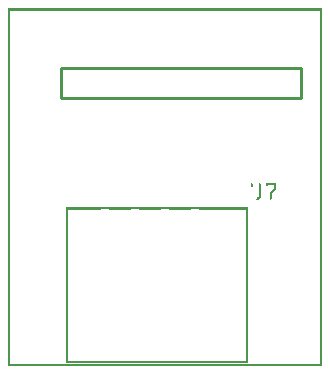
<source format=gbo>
G04 MADE WITH FRITZING*
G04 WWW.FRITZING.ORG*
G04 DOUBLE SIDED*
G04 HOLES PLATED*
G04 CONTOUR ON CENTER OF CONTOUR VECTOR*
%ASAXBY*%
%FSLAX23Y23*%
%MOIN*%
%OFA0B0*%
%SFA1.0B1.0*%
%ADD10C,0.008000*%
%ADD11C,0.010000*%
%ADD12R,0.001000X0.001000*%
%LNSILK0*%
G90*
G70*
G54D10*
X798Y14D02*
X798Y526D01*
D02*
X798Y14D02*
X198Y14D01*
D02*
X198Y526D02*
X198Y14D01*
G54D11*
D02*
X177Y996D02*
X977Y996D01*
D02*
X977Y996D02*
X977Y896D01*
D02*
X977Y896D02*
X177Y896D01*
D02*
X177Y896D02*
X177Y996D01*
G54D12*
X0Y1193D02*
X1046Y1193D01*
X0Y1192D02*
X1046Y1192D01*
X0Y1191D02*
X1046Y1191D01*
X0Y1190D02*
X1046Y1190D01*
X0Y1189D02*
X1046Y1189D01*
X0Y1188D02*
X1046Y1188D01*
X0Y1187D02*
X1046Y1187D01*
X0Y1186D02*
X1046Y1186D01*
X0Y1185D02*
X7Y1185D01*
X1039Y1185D02*
X1046Y1185D01*
X0Y1184D02*
X7Y1184D01*
X1039Y1184D02*
X1046Y1184D01*
X0Y1183D02*
X7Y1183D01*
X1039Y1183D02*
X1046Y1183D01*
X0Y1182D02*
X7Y1182D01*
X1039Y1182D02*
X1046Y1182D01*
X0Y1181D02*
X7Y1181D01*
X1039Y1181D02*
X1046Y1181D01*
X0Y1180D02*
X7Y1180D01*
X1039Y1180D02*
X1046Y1180D01*
X0Y1179D02*
X7Y1179D01*
X1039Y1179D02*
X1046Y1179D01*
X0Y1178D02*
X7Y1178D01*
X1039Y1178D02*
X1046Y1178D01*
X0Y1177D02*
X7Y1177D01*
X1039Y1177D02*
X1046Y1177D01*
X0Y1176D02*
X7Y1176D01*
X1039Y1176D02*
X1046Y1176D01*
X0Y1175D02*
X7Y1175D01*
X1039Y1175D02*
X1046Y1175D01*
X0Y1174D02*
X7Y1174D01*
X1039Y1174D02*
X1046Y1174D01*
X0Y1173D02*
X7Y1173D01*
X1039Y1173D02*
X1046Y1173D01*
X0Y1172D02*
X7Y1172D01*
X1039Y1172D02*
X1046Y1172D01*
X0Y1171D02*
X7Y1171D01*
X1039Y1171D02*
X1046Y1171D01*
X0Y1170D02*
X7Y1170D01*
X1039Y1170D02*
X1046Y1170D01*
X0Y1169D02*
X7Y1169D01*
X1039Y1169D02*
X1046Y1169D01*
X0Y1168D02*
X7Y1168D01*
X1039Y1168D02*
X1046Y1168D01*
X0Y1167D02*
X7Y1167D01*
X1039Y1167D02*
X1046Y1167D01*
X0Y1166D02*
X7Y1166D01*
X1039Y1166D02*
X1046Y1166D01*
X0Y1165D02*
X7Y1165D01*
X1039Y1165D02*
X1046Y1165D01*
X0Y1164D02*
X7Y1164D01*
X1039Y1164D02*
X1046Y1164D01*
X0Y1163D02*
X7Y1163D01*
X1039Y1163D02*
X1046Y1163D01*
X0Y1162D02*
X7Y1162D01*
X1039Y1162D02*
X1046Y1162D01*
X0Y1161D02*
X7Y1161D01*
X1039Y1161D02*
X1046Y1161D01*
X0Y1160D02*
X7Y1160D01*
X1039Y1160D02*
X1046Y1160D01*
X0Y1159D02*
X7Y1159D01*
X1039Y1159D02*
X1046Y1159D01*
X0Y1158D02*
X7Y1158D01*
X1039Y1158D02*
X1046Y1158D01*
X0Y1157D02*
X7Y1157D01*
X1039Y1157D02*
X1046Y1157D01*
X0Y1156D02*
X7Y1156D01*
X1039Y1156D02*
X1046Y1156D01*
X0Y1155D02*
X7Y1155D01*
X1039Y1155D02*
X1046Y1155D01*
X0Y1154D02*
X7Y1154D01*
X1039Y1154D02*
X1046Y1154D01*
X0Y1153D02*
X7Y1153D01*
X1039Y1153D02*
X1046Y1153D01*
X0Y1152D02*
X7Y1152D01*
X1039Y1152D02*
X1046Y1152D01*
X0Y1151D02*
X7Y1151D01*
X1039Y1151D02*
X1046Y1151D01*
X0Y1150D02*
X7Y1150D01*
X1039Y1150D02*
X1046Y1150D01*
X0Y1149D02*
X7Y1149D01*
X1039Y1149D02*
X1046Y1149D01*
X0Y1148D02*
X7Y1148D01*
X1039Y1148D02*
X1046Y1148D01*
X0Y1147D02*
X7Y1147D01*
X1039Y1147D02*
X1046Y1147D01*
X0Y1146D02*
X7Y1146D01*
X1039Y1146D02*
X1046Y1146D01*
X0Y1145D02*
X7Y1145D01*
X1039Y1145D02*
X1046Y1145D01*
X0Y1144D02*
X7Y1144D01*
X1039Y1144D02*
X1046Y1144D01*
X0Y1143D02*
X7Y1143D01*
X1039Y1143D02*
X1046Y1143D01*
X0Y1142D02*
X7Y1142D01*
X1039Y1142D02*
X1046Y1142D01*
X0Y1141D02*
X7Y1141D01*
X1039Y1141D02*
X1046Y1141D01*
X0Y1140D02*
X7Y1140D01*
X1039Y1140D02*
X1046Y1140D01*
X0Y1139D02*
X7Y1139D01*
X1039Y1139D02*
X1046Y1139D01*
X0Y1138D02*
X7Y1138D01*
X1039Y1138D02*
X1046Y1138D01*
X0Y1137D02*
X7Y1137D01*
X1039Y1137D02*
X1046Y1137D01*
X0Y1136D02*
X7Y1136D01*
X1039Y1136D02*
X1046Y1136D01*
X0Y1135D02*
X7Y1135D01*
X1039Y1135D02*
X1046Y1135D01*
X0Y1134D02*
X7Y1134D01*
X1039Y1134D02*
X1046Y1134D01*
X0Y1133D02*
X7Y1133D01*
X1039Y1133D02*
X1046Y1133D01*
X0Y1132D02*
X7Y1132D01*
X1039Y1132D02*
X1046Y1132D01*
X0Y1131D02*
X7Y1131D01*
X1039Y1131D02*
X1046Y1131D01*
X0Y1130D02*
X7Y1130D01*
X1039Y1130D02*
X1046Y1130D01*
X0Y1129D02*
X7Y1129D01*
X1039Y1129D02*
X1046Y1129D01*
X0Y1128D02*
X7Y1128D01*
X1039Y1128D02*
X1046Y1128D01*
X0Y1127D02*
X7Y1127D01*
X1039Y1127D02*
X1046Y1127D01*
X0Y1126D02*
X7Y1126D01*
X1039Y1126D02*
X1046Y1126D01*
X0Y1125D02*
X7Y1125D01*
X1039Y1125D02*
X1046Y1125D01*
X0Y1124D02*
X7Y1124D01*
X1039Y1124D02*
X1046Y1124D01*
X0Y1123D02*
X7Y1123D01*
X1039Y1123D02*
X1046Y1123D01*
X0Y1122D02*
X7Y1122D01*
X1039Y1122D02*
X1046Y1122D01*
X0Y1121D02*
X7Y1121D01*
X1039Y1121D02*
X1046Y1121D01*
X0Y1120D02*
X7Y1120D01*
X1039Y1120D02*
X1046Y1120D01*
X0Y1119D02*
X7Y1119D01*
X1039Y1119D02*
X1046Y1119D01*
X0Y1118D02*
X7Y1118D01*
X1039Y1118D02*
X1046Y1118D01*
X0Y1117D02*
X7Y1117D01*
X1039Y1117D02*
X1046Y1117D01*
X0Y1116D02*
X7Y1116D01*
X1039Y1116D02*
X1046Y1116D01*
X0Y1115D02*
X7Y1115D01*
X1039Y1115D02*
X1046Y1115D01*
X0Y1114D02*
X7Y1114D01*
X1039Y1114D02*
X1046Y1114D01*
X0Y1113D02*
X7Y1113D01*
X1039Y1113D02*
X1046Y1113D01*
X0Y1112D02*
X7Y1112D01*
X1039Y1112D02*
X1046Y1112D01*
X0Y1111D02*
X7Y1111D01*
X1039Y1111D02*
X1046Y1111D01*
X0Y1110D02*
X7Y1110D01*
X1039Y1110D02*
X1046Y1110D01*
X0Y1109D02*
X7Y1109D01*
X1039Y1109D02*
X1046Y1109D01*
X0Y1108D02*
X7Y1108D01*
X1039Y1108D02*
X1046Y1108D01*
X0Y1107D02*
X7Y1107D01*
X1039Y1107D02*
X1046Y1107D01*
X0Y1106D02*
X7Y1106D01*
X1039Y1106D02*
X1046Y1106D01*
X0Y1105D02*
X7Y1105D01*
X1039Y1105D02*
X1046Y1105D01*
X0Y1104D02*
X7Y1104D01*
X1039Y1104D02*
X1046Y1104D01*
X0Y1103D02*
X7Y1103D01*
X1039Y1103D02*
X1046Y1103D01*
X0Y1102D02*
X7Y1102D01*
X1039Y1102D02*
X1046Y1102D01*
X0Y1101D02*
X7Y1101D01*
X1039Y1101D02*
X1046Y1101D01*
X0Y1100D02*
X7Y1100D01*
X1039Y1100D02*
X1046Y1100D01*
X0Y1099D02*
X7Y1099D01*
X1039Y1099D02*
X1046Y1099D01*
X0Y1098D02*
X7Y1098D01*
X1039Y1098D02*
X1046Y1098D01*
X0Y1097D02*
X7Y1097D01*
X1039Y1097D02*
X1046Y1097D01*
X0Y1096D02*
X7Y1096D01*
X1039Y1096D02*
X1046Y1096D01*
X0Y1095D02*
X7Y1095D01*
X1039Y1095D02*
X1046Y1095D01*
X0Y1094D02*
X7Y1094D01*
X1039Y1094D02*
X1046Y1094D01*
X0Y1093D02*
X7Y1093D01*
X1039Y1093D02*
X1046Y1093D01*
X0Y1092D02*
X7Y1092D01*
X1039Y1092D02*
X1046Y1092D01*
X0Y1091D02*
X7Y1091D01*
X1039Y1091D02*
X1046Y1091D01*
X0Y1090D02*
X7Y1090D01*
X1039Y1090D02*
X1046Y1090D01*
X0Y1089D02*
X7Y1089D01*
X1039Y1089D02*
X1046Y1089D01*
X0Y1088D02*
X7Y1088D01*
X1039Y1088D02*
X1046Y1088D01*
X0Y1087D02*
X7Y1087D01*
X1039Y1087D02*
X1046Y1087D01*
X0Y1086D02*
X7Y1086D01*
X1039Y1086D02*
X1046Y1086D01*
X0Y1085D02*
X7Y1085D01*
X1039Y1085D02*
X1046Y1085D01*
X0Y1084D02*
X7Y1084D01*
X1039Y1084D02*
X1046Y1084D01*
X0Y1083D02*
X7Y1083D01*
X1039Y1083D02*
X1046Y1083D01*
X0Y1082D02*
X7Y1082D01*
X1039Y1082D02*
X1046Y1082D01*
X0Y1081D02*
X7Y1081D01*
X1039Y1081D02*
X1046Y1081D01*
X0Y1080D02*
X7Y1080D01*
X1039Y1080D02*
X1046Y1080D01*
X0Y1079D02*
X7Y1079D01*
X1039Y1079D02*
X1046Y1079D01*
X0Y1078D02*
X7Y1078D01*
X1039Y1078D02*
X1046Y1078D01*
X0Y1077D02*
X7Y1077D01*
X1039Y1077D02*
X1046Y1077D01*
X0Y1076D02*
X7Y1076D01*
X1039Y1076D02*
X1046Y1076D01*
X0Y1075D02*
X7Y1075D01*
X1039Y1075D02*
X1046Y1075D01*
X0Y1074D02*
X7Y1074D01*
X1039Y1074D02*
X1046Y1074D01*
X0Y1073D02*
X7Y1073D01*
X1039Y1073D02*
X1046Y1073D01*
X0Y1072D02*
X7Y1072D01*
X1039Y1072D02*
X1046Y1072D01*
X0Y1071D02*
X7Y1071D01*
X1039Y1071D02*
X1046Y1071D01*
X0Y1070D02*
X7Y1070D01*
X1039Y1070D02*
X1046Y1070D01*
X0Y1069D02*
X7Y1069D01*
X1039Y1069D02*
X1046Y1069D01*
X0Y1068D02*
X7Y1068D01*
X1039Y1068D02*
X1046Y1068D01*
X0Y1067D02*
X7Y1067D01*
X1039Y1067D02*
X1046Y1067D01*
X0Y1066D02*
X7Y1066D01*
X1039Y1066D02*
X1046Y1066D01*
X0Y1065D02*
X7Y1065D01*
X1039Y1065D02*
X1046Y1065D01*
X0Y1064D02*
X7Y1064D01*
X1039Y1064D02*
X1046Y1064D01*
X0Y1063D02*
X7Y1063D01*
X1039Y1063D02*
X1046Y1063D01*
X0Y1062D02*
X7Y1062D01*
X1039Y1062D02*
X1046Y1062D01*
X0Y1061D02*
X7Y1061D01*
X1039Y1061D02*
X1046Y1061D01*
X0Y1060D02*
X7Y1060D01*
X1039Y1060D02*
X1046Y1060D01*
X0Y1059D02*
X7Y1059D01*
X1039Y1059D02*
X1046Y1059D01*
X0Y1058D02*
X7Y1058D01*
X1039Y1058D02*
X1046Y1058D01*
X0Y1057D02*
X7Y1057D01*
X1039Y1057D02*
X1046Y1057D01*
X0Y1056D02*
X7Y1056D01*
X1039Y1056D02*
X1046Y1056D01*
X0Y1055D02*
X7Y1055D01*
X1039Y1055D02*
X1046Y1055D01*
X0Y1054D02*
X7Y1054D01*
X1039Y1054D02*
X1046Y1054D01*
X0Y1053D02*
X7Y1053D01*
X1039Y1053D02*
X1046Y1053D01*
X0Y1052D02*
X7Y1052D01*
X1039Y1052D02*
X1046Y1052D01*
X0Y1051D02*
X7Y1051D01*
X1039Y1051D02*
X1046Y1051D01*
X0Y1050D02*
X7Y1050D01*
X1039Y1050D02*
X1046Y1050D01*
X0Y1049D02*
X7Y1049D01*
X1039Y1049D02*
X1046Y1049D01*
X0Y1048D02*
X7Y1048D01*
X1039Y1048D02*
X1046Y1048D01*
X0Y1047D02*
X7Y1047D01*
X1039Y1047D02*
X1046Y1047D01*
X0Y1046D02*
X7Y1046D01*
X1039Y1046D02*
X1046Y1046D01*
X0Y1045D02*
X7Y1045D01*
X1039Y1045D02*
X1046Y1045D01*
X0Y1044D02*
X7Y1044D01*
X1039Y1044D02*
X1046Y1044D01*
X0Y1043D02*
X7Y1043D01*
X1039Y1043D02*
X1046Y1043D01*
X0Y1042D02*
X7Y1042D01*
X1039Y1042D02*
X1046Y1042D01*
X0Y1041D02*
X7Y1041D01*
X1039Y1041D02*
X1046Y1041D01*
X0Y1040D02*
X7Y1040D01*
X1039Y1040D02*
X1046Y1040D01*
X0Y1039D02*
X7Y1039D01*
X1039Y1039D02*
X1046Y1039D01*
X0Y1038D02*
X7Y1038D01*
X1039Y1038D02*
X1046Y1038D01*
X0Y1037D02*
X7Y1037D01*
X1039Y1037D02*
X1046Y1037D01*
X0Y1036D02*
X7Y1036D01*
X1039Y1036D02*
X1046Y1036D01*
X0Y1035D02*
X7Y1035D01*
X1039Y1035D02*
X1046Y1035D01*
X0Y1034D02*
X7Y1034D01*
X1039Y1034D02*
X1046Y1034D01*
X0Y1033D02*
X7Y1033D01*
X1039Y1033D02*
X1046Y1033D01*
X0Y1032D02*
X7Y1032D01*
X1039Y1032D02*
X1046Y1032D01*
X0Y1031D02*
X7Y1031D01*
X1039Y1031D02*
X1046Y1031D01*
X0Y1030D02*
X7Y1030D01*
X1039Y1030D02*
X1046Y1030D01*
X0Y1029D02*
X7Y1029D01*
X1039Y1029D02*
X1046Y1029D01*
X0Y1028D02*
X7Y1028D01*
X1039Y1028D02*
X1046Y1028D01*
X0Y1027D02*
X7Y1027D01*
X1039Y1027D02*
X1046Y1027D01*
X0Y1026D02*
X7Y1026D01*
X1039Y1026D02*
X1046Y1026D01*
X0Y1025D02*
X7Y1025D01*
X1039Y1025D02*
X1046Y1025D01*
X0Y1024D02*
X7Y1024D01*
X1039Y1024D02*
X1046Y1024D01*
X0Y1023D02*
X7Y1023D01*
X1039Y1023D02*
X1046Y1023D01*
X0Y1022D02*
X7Y1022D01*
X1039Y1022D02*
X1046Y1022D01*
X0Y1021D02*
X7Y1021D01*
X1039Y1021D02*
X1046Y1021D01*
X0Y1020D02*
X7Y1020D01*
X1039Y1020D02*
X1046Y1020D01*
X0Y1019D02*
X7Y1019D01*
X1039Y1019D02*
X1046Y1019D01*
X0Y1018D02*
X7Y1018D01*
X1039Y1018D02*
X1046Y1018D01*
X0Y1017D02*
X7Y1017D01*
X1039Y1017D02*
X1046Y1017D01*
X0Y1016D02*
X7Y1016D01*
X1039Y1016D02*
X1046Y1016D01*
X0Y1015D02*
X7Y1015D01*
X1039Y1015D02*
X1046Y1015D01*
X0Y1014D02*
X7Y1014D01*
X1039Y1014D02*
X1046Y1014D01*
X0Y1013D02*
X7Y1013D01*
X1039Y1013D02*
X1046Y1013D01*
X0Y1012D02*
X7Y1012D01*
X1039Y1012D02*
X1046Y1012D01*
X0Y1011D02*
X7Y1011D01*
X1039Y1011D02*
X1046Y1011D01*
X0Y1010D02*
X7Y1010D01*
X1039Y1010D02*
X1046Y1010D01*
X0Y1009D02*
X7Y1009D01*
X1039Y1009D02*
X1046Y1009D01*
X0Y1008D02*
X7Y1008D01*
X1039Y1008D02*
X1046Y1008D01*
X0Y1007D02*
X7Y1007D01*
X1039Y1007D02*
X1046Y1007D01*
X0Y1006D02*
X7Y1006D01*
X1039Y1006D02*
X1046Y1006D01*
X0Y1005D02*
X7Y1005D01*
X1039Y1005D02*
X1046Y1005D01*
X0Y1004D02*
X7Y1004D01*
X1039Y1004D02*
X1046Y1004D01*
X0Y1003D02*
X7Y1003D01*
X1039Y1003D02*
X1046Y1003D01*
X0Y1002D02*
X7Y1002D01*
X1039Y1002D02*
X1046Y1002D01*
X0Y1001D02*
X7Y1001D01*
X1039Y1001D02*
X1046Y1001D01*
X0Y1000D02*
X7Y1000D01*
X1039Y1000D02*
X1046Y1000D01*
X0Y999D02*
X7Y999D01*
X1039Y999D02*
X1046Y999D01*
X0Y998D02*
X7Y998D01*
X209Y998D02*
X209Y998D01*
X1039Y998D02*
X1046Y998D01*
X0Y997D02*
X7Y997D01*
X208Y997D02*
X210Y997D01*
X1039Y997D02*
X1046Y997D01*
X0Y996D02*
X7Y996D01*
X207Y996D02*
X211Y996D01*
X1039Y996D02*
X1046Y996D01*
X0Y995D02*
X7Y995D01*
X206Y995D02*
X212Y995D01*
X1039Y995D02*
X1046Y995D01*
X0Y994D02*
X7Y994D01*
X205Y994D02*
X211Y994D01*
X1039Y994D02*
X1046Y994D01*
X0Y993D02*
X7Y993D01*
X204Y993D02*
X210Y993D01*
X1039Y993D02*
X1046Y993D01*
X0Y992D02*
X7Y992D01*
X203Y992D02*
X209Y992D01*
X1039Y992D02*
X1046Y992D01*
X0Y991D02*
X7Y991D01*
X202Y991D02*
X208Y991D01*
X1039Y991D02*
X1046Y991D01*
X0Y990D02*
X7Y990D01*
X1039Y990D02*
X1046Y990D01*
X0Y989D02*
X7Y989D01*
X1039Y989D02*
X1046Y989D01*
X0Y988D02*
X7Y988D01*
X1039Y988D02*
X1046Y988D01*
X0Y987D02*
X7Y987D01*
X1039Y987D02*
X1046Y987D01*
X0Y986D02*
X7Y986D01*
X1039Y986D02*
X1046Y986D01*
X0Y985D02*
X7Y985D01*
X1039Y985D02*
X1046Y985D01*
X0Y984D02*
X7Y984D01*
X1039Y984D02*
X1046Y984D01*
X0Y983D02*
X7Y983D01*
X1039Y983D02*
X1046Y983D01*
X0Y982D02*
X7Y982D01*
X1039Y982D02*
X1046Y982D01*
X0Y981D02*
X7Y981D01*
X1039Y981D02*
X1046Y981D01*
X0Y980D02*
X7Y980D01*
X1039Y980D02*
X1046Y980D01*
X0Y979D02*
X7Y979D01*
X1039Y979D02*
X1046Y979D01*
X0Y978D02*
X7Y978D01*
X1039Y978D02*
X1046Y978D01*
X0Y977D02*
X7Y977D01*
X1039Y977D02*
X1046Y977D01*
X0Y976D02*
X7Y976D01*
X1039Y976D02*
X1046Y976D01*
X0Y975D02*
X7Y975D01*
X1039Y975D02*
X1046Y975D01*
X0Y974D02*
X7Y974D01*
X1039Y974D02*
X1046Y974D01*
X0Y973D02*
X7Y973D01*
X1039Y973D02*
X1046Y973D01*
X0Y972D02*
X7Y972D01*
X1039Y972D02*
X1046Y972D01*
X0Y971D02*
X7Y971D01*
X182Y971D02*
X182Y971D01*
X1039Y971D02*
X1046Y971D01*
X0Y970D02*
X7Y970D01*
X181Y970D02*
X182Y970D01*
X1039Y970D02*
X1046Y970D01*
X0Y969D02*
X7Y969D01*
X180Y969D02*
X182Y969D01*
X1039Y969D02*
X1046Y969D01*
X0Y968D02*
X7Y968D01*
X179Y968D02*
X182Y968D01*
X1039Y968D02*
X1046Y968D01*
X0Y967D02*
X7Y967D01*
X178Y967D02*
X182Y967D01*
X1039Y967D02*
X1046Y967D01*
X0Y966D02*
X7Y966D01*
X177Y966D02*
X182Y966D01*
X1039Y966D02*
X1046Y966D01*
X0Y965D02*
X7Y965D01*
X176Y965D02*
X182Y965D01*
X1039Y965D02*
X1046Y965D01*
X0Y964D02*
X7Y964D01*
X175Y964D02*
X181Y964D01*
X1039Y964D02*
X1046Y964D01*
X0Y963D02*
X7Y963D01*
X175Y963D02*
X180Y963D01*
X1039Y963D02*
X1046Y963D01*
X0Y962D02*
X7Y962D01*
X176Y962D02*
X179Y962D01*
X1039Y962D02*
X1046Y962D01*
X0Y961D02*
X7Y961D01*
X177Y961D02*
X178Y961D01*
X1039Y961D02*
X1046Y961D01*
X0Y960D02*
X7Y960D01*
X1039Y960D02*
X1046Y960D01*
X0Y959D02*
X7Y959D01*
X1039Y959D02*
X1046Y959D01*
X0Y958D02*
X7Y958D01*
X1039Y958D02*
X1046Y958D01*
X0Y957D02*
X7Y957D01*
X1039Y957D02*
X1046Y957D01*
X0Y956D02*
X7Y956D01*
X1039Y956D02*
X1046Y956D01*
X0Y955D02*
X7Y955D01*
X1039Y955D02*
X1046Y955D01*
X0Y954D02*
X7Y954D01*
X1039Y954D02*
X1046Y954D01*
X0Y953D02*
X7Y953D01*
X1039Y953D02*
X1046Y953D01*
X0Y952D02*
X7Y952D01*
X1039Y952D02*
X1046Y952D01*
X0Y951D02*
X7Y951D01*
X1039Y951D02*
X1046Y951D01*
X0Y950D02*
X7Y950D01*
X1039Y950D02*
X1046Y950D01*
X0Y949D02*
X7Y949D01*
X1039Y949D02*
X1046Y949D01*
X0Y948D02*
X7Y948D01*
X1039Y948D02*
X1046Y948D01*
X0Y947D02*
X7Y947D01*
X1039Y947D02*
X1046Y947D01*
X0Y946D02*
X7Y946D01*
X1039Y946D02*
X1046Y946D01*
X0Y945D02*
X7Y945D01*
X1039Y945D02*
X1046Y945D01*
X0Y944D02*
X7Y944D01*
X1039Y944D02*
X1046Y944D01*
X0Y943D02*
X7Y943D01*
X1039Y943D02*
X1046Y943D01*
X0Y942D02*
X7Y942D01*
X1039Y942D02*
X1046Y942D01*
X0Y941D02*
X7Y941D01*
X1039Y941D02*
X1046Y941D01*
X0Y940D02*
X7Y940D01*
X1039Y940D02*
X1046Y940D01*
X0Y939D02*
X7Y939D01*
X1039Y939D02*
X1046Y939D01*
X0Y938D02*
X7Y938D01*
X1039Y938D02*
X1046Y938D01*
X0Y937D02*
X7Y937D01*
X1039Y937D02*
X1046Y937D01*
X0Y936D02*
X7Y936D01*
X1039Y936D02*
X1046Y936D01*
X0Y935D02*
X7Y935D01*
X1039Y935D02*
X1046Y935D01*
X0Y934D02*
X7Y934D01*
X1039Y934D02*
X1046Y934D01*
X0Y933D02*
X7Y933D01*
X1039Y933D02*
X1046Y933D01*
X0Y932D02*
X7Y932D01*
X1039Y932D02*
X1046Y932D01*
X0Y931D02*
X7Y931D01*
X1039Y931D02*
X1046Y931D01*
X0Y930D02*
X7Y930D01*
X1039Y930D02*
X1046Y930D01*
X0Y929D02*
X7Y929D01*
X1039Y929D02*
X1046Y929D01*
X0Y928D02*
X7Y928D01*
X1039Y928D02*
X1046Y928D01*
X0Y927D02*
X7Y927D01*
X1039Y927D02*
X1046Y927D01*
X0Y926D02*
X7Y926D01*
X1039Y926D02*
X1046Y926D01*
X0Y925D02*
X7Y925D01*
X1039Y925D02*
X1046Y925D01*
X0Y924D02*
X7Y924D01*
X1039Y924D02*
X1046Y924D01*
X0Y923D02*
X7Y923D01*
X1039Y923D02*
X1046Y923D01*
X0Y922D02*
X7Y922D01*
X1039Y922D02*
X1046Y922D01*
X0Y921D02*
X7Y921D01*
X1039Y921D02*
X1046Y921D01*
X0Y920D02*
X7Y920D01*
X1039Y920D02*
X1046Y920D01*
X0Y919D02*
X7Y919D01*
X1039Y919D02*
X1046Y919D01*
X0Y918D02*
X7Y918D01*
X1039Y918D02*
X1046Y918D01*
X0Y917D02*
X7Y917D01*
X1039Y917D02*
X1046Y917D01*
X0Y916D02*
X7Y916D01*
X1039Y916D02*
X1046Y916D01*
X0Y915D02*
X7Y915D01*
X1039Y915D02*
X1046Y915D01*
X0Y914D02*
X7Y914D01*
X1039Y914D02*
X1046Y914D01*
X0Y913D02*
X7Y913D01*
X1039Y913D02*
X1046Y913D01*
X0Y912D02*
X7Y912D01*
X1039Y912D02*
X1046Y912D01*
X0Y911D02*
X7Y911D01*
X1039Y911D02*
X1046Y911D01*
X0Y910D02*
X7Y910D01*
X1039Y910D02*
X1046Y910D01*
X0Y909D02*
X7Y909D01*
X1039Y909D02*
X1046Y909D01*
X0Y908D02*
X7Y908D01*
X1039Y908D02*
X1046Y908D01*
X0Y907D02*
X7Y907D01*
X1039Y907D02*
X1046Y907D01*
X0Y906D02*
X7Y906D01*
X1039Y906D02*
X1046Y906D01*
X0Y905D02*
X7Y905D01*
X1039Y905D02*
X1046Y905D01*
X0Y904D02*
X7Y904D01*
X1039Y904D02*
X1046Y904D01*
X0Y903D02*
X7Y903D01*
X1039Y903D02*
X1046Y903D01*
X0Y902D02*
X7Y902D01*
X1039Y902D02*
X1046Y902D01*
X0Y901D02*
X7Y901D01*
X1039Y901D02*
X1046Y901D01*
X0Y900D02*
X7Y900D01*
X1039Y900D02*
X1046Y900D01*
X0Y899D02*
X7Y899D01*
X1039Y899D02*
X1046Y899D01*
X0Y898D02*
X7Y898D01*
X1039Y898D02*
X1046Y898D01*
X0Y897D02*
X7Y897D01*
X1039Y897D02*
X1046Y897D01*
X0Y896D02*
X7Y896D01*
X1039Y896D02*
X1046Y896D01*
X0Y895D02*
X7Y895D01*
X1039Y895D02*
X1046Y895D01*
X0Y894D02*
X7Y894D01*
X1039Y894D02*
X1046Y894D01*
X0Y893D02*
X7Y893D01*
X1039Y893D02*
X1046Y893D01*
X0Y892D02*
X7Y892D01*
X1039Y892D02*
X1046Y892D01*
X0Y891D02*
X7Y891D01*
X1039Y891D02*
X1046Y891D01*
X0Y890D02*
X7Y890D01*
X1039Y890D02*
X1046Y890D01*
X0Y889D02*
X7Y889D01*
X1039Y889D02*
X1046Y889D01*
X0Y888D02*
X7Y888D01*
X1039Y888D02*
X1046Y888D01*
X0Y887D02*
X7Y887D01*
X1039Y887D02*
X1046Y887D01*
X0Y886D02*
X7Y886D01*
X1039Y886D02*
X1046Y886D01*
X0Y885D02*
X7Y885D01*
X1039Y885D02*
X1046Y885D01*
X0Y884D02*
X7Y884D01*
X1039Y884D02*
X1046Y884D01*
X0Y883D02*
X7Y883D01*
X1039Y883D02*
X1046Y883D01*
X0Y882D02*
X7Y882D01*
X1039Y882D02*
X1046Y882D01*
X0Y881D02*
X7Y881D01*
X1039Y881D02*
X1046Y881D01*
X0Y880D02*
X7Y880D01*
X1039Y880D02*
X1046Y880D01*
X0Y879D02*
X7Y879D01*
X1039Y879D02*
X1046Y879D01*
X0Y878D02*
X7Y878D01*
X1039Y878D02*
X1046Y878D01*
X0Y877D02*
X7Y877D01*
X1039Y877D02*
X1046Y877D01*
X0Y876D02*
X7Y876D01*
X1039Y876D02*
X1046Y876D01*
X0Y875D02*
X7Y875D01*
X1039Y875D02*
X1046Y875D01*
X0Y874D02*
X7Y874D01*
X1039Y874D02*
X1046Y874D01*
X0Y873D02*
X7Y873D01*
X1039Y873D02*
X1046Y873D01*
X0Y872D02*
X7Y872D01*
X1039Y872D02*
X1046Y872D01*
X0Y871D02*
X7Y871D01*
X1039Y871D02*
X1046Y871D01*
X0Y870D02*
X7Y870D01*
X1039Y870D02*
X1046Y870D01*
X0Y869D02*
X7Y869D01*
X1039Y869D02*
X1046Y869D01*
X0Y868D02*
X7Y868D01*
X1039Y868D02*
X1046Y868D01*
X0Y867D02*
X7Y867D01*
X1039Y867D02*
X1046Y867D01*
X0Y866D02*
X7Y866D01*
X1039Y866D02*
X1046Y866D01*
X0Y865D02*
X7Y865D01*
X1039Y865D02*
X1046Y865D01*
X0Y864D02*
X7Y864D01*
X1039Y864D02*
X1046Y864D01*
X0Y863D02*
X7Y863D01*
X1039Y863D02*
X1046Y863D01*
X0Y862D02*
X7Y862D01*
X1039Y862D02*
X1046Y862D01*
X0Y861D02*
X7Y861D01*
X1039Y861D02*
X1046Y861D01*
X0Y860D02*
X7Y860D01*
X1039Y860D02*
X1046Y860D01*
X0Y859D02*
X7Y859D01*
X1039Y859D02*
X1046Y859D01*
X0Y858D02*
X7Y858D01*
X1039Y858D02*
X1046Y858D01*
X0Y857D02*
X7Y857D01*
X1039Y857D02*
X1046Y857D01*
X0Y856D02*
X7Y856D01*
X1039Y856D02*
X1046Y856D01*
X0Y855D02*
X7Y855D01*
X1039Y855D02*
X1046Y855D01*
X0Y854D02*
X7Y854D01*
X1039Y854D02*
X1046Y854D01*
X0Y853D02*
X7Y853D01*
X1039Y853D02*
X1046Y853D01*
X0Y852D02*
X7Y852D01*
X1039Y852D02*
X1046Y852D01*
X0Y851D02*
X7Y851D01*
X1039Y851D02*
X1046Y851D01*
X0Y850D02*
X7Y850D01*
X1039Y850D02*
X1046Y850D01*
X0Y849D02*
X7Y849D01*
X1039Y849D02*
X1046Y849D01*
X0Y848D02*
X7Y848D01*
X1039Y848D02*
X1046Y848D01*
X0Y847D02*
X7Y847D01*
X1039Y847D02*
X1046Y847D01*
X0Y846D02*
X7Y846D01*
X1039Y846D02*
X1046Y846D01*
X0Y845D02*
X7Y845D01*
X1039Y845D02*
X1046Y845D01*
X0Y844D02*
X7Y844D01*
X1039Y844D02*
X1046Y844D01*
X0Y843D02*
X7Y843D01*
X1039Y843D02*
X1046Y843D01*
X0Y842D02*
X7Y842D01*
X1039Y842D02*
X1046Y842D01*
X0Y841D02*
X7Y841D01*
X1039Y841D02*
X1046Y841D01*
X0Y840D02*
X7Y840D01*
X1039Y840D02*
X1046Y840D01*
X0Y839D02*
X7Y839D01*
X1039Y839D02*
X1046Y839D01*
X0Y838D02*
X7Y838D01*
X1039Y838D02*
X1046Y838D01*
X0Y837D02*
X7Y837D01*
X1039Y837D02*
X1046Y837D01*
X0Y836D02*
X7Y836D01*
X1039Y836D02*
X1046Y836D01*
X0Y835D02*
X7Y835D01*
X1039Y835D02*
X1046Y835D01*
X0Y834D02*
X7Y834D01*
X1039Y834D02*
X1046Y834D01*
X0Y833D02*
X7Y833D01*
X1039Y833D02*
X1046Y833D01*
X0Y832D02*
X7Y832D01*
X1039Y832D02*
X1046Y832D01*
X0Y831D02*
X7Y831D01*
X1039Y831D02*
X1046Y831D01*
X0Y830D02*
X7Y830D01*
X1039Y830D02*
X1046Y830D01*
X0Y829D02*
X7Y829D01*
X1039Y829D02*
X1046Y829D01*
X0Y828D02*
X7Y828D01*
X1039Y828D02*
X1046Y828D01*
X0Y827D02*
X7Y827D01*
X1039Y827D02*
X1046Y827D01*
X0Y826D02*
X7Y826D01*
X1039Y826D02*
X1046Y826D01*
X0Y825D02*
X7Y825D01*
X1039Y825D02*
X1046Y825D01*
X0Y824D02*
X7Y824D01*
X1039Y824D02*
X1046Y824D01*
X0Y823D02*
X7Y823D01*
X1039Y823D02*
X1046Y823D01*
X0Y822D02*
X7Y822D01*
X1039Y822D02*
X1046Y822D01*
X0Y821D02*
X7Y821D01*
X1039Y821D02*
X1046Y821D01*
X0Y820D02*
X7Y820D01*
X1039Y820D02*
X1046Y820D01*
X0Y819D02*
X7Y819D01*
X1039Y819D02*
X1046Y819D01*
X0Y818D02*
X7Y818D01*
X1039Y818D02*
X1046Y818D01*
X0Y817D02*
X7Y817D01*
X1039Y817D02*
X1046Y817D01*
X0Y816D02*
X7Y816D01*
X1039Y816D02*
X1046Y816D01*
X0Y815D02*
X7Y815D01*
X1039Y815D02*
X1046Y815D01*
X0Y814D02*
X7Y814D01*
X1039Y814D02*
X1046Y814D01*
X0Y813D02*
X7Y813D01*
X1039Y813D02*
X1046Y813D01*
X0Y812D02*
X7Y812D01*
X1039Y812D02*
X1046Y812D01*
X0Y811D02*
X7Y811D01*
X1039Y811D02*
X1046Y811D01*
X0Y810D02*
X7Y810D01*
X1039Y810D02*
X1046Y810D01*
X0Y809D02*
X7Y809D01*
X1039Y809D02*
X1046Y809D01*
X0Y808D02*
X7Y808D01*
X1039Y808D02*
X1046Y808D01*
X0Y807D02*
X7Y807D01*
X1039Y807D02*
X1046Y807D01*
X0Y806D02*
X7Y806D01*
X1039Y806D02*
X1046Y806D01*
X0Y805D02*
X7Y805D01*
X1039Y805D02*
X1046Y805D01*
X0Y804D02*
X7Y804D01*
X1039Y804D02*
X1046Y804D01*
X0Y803D02*
X7Y803D01*
X1039Y803D02*
X1046Y803D01*
X0Y802D02*
X7Y802D01*
X1039Y802D02*
X1046Y802D01*
X0Y801D02*
X7Y801D01*
X1039Y801D02*
X1046Y801D01*
X0Y800D02*
X7Y800D01*
X1039Y800D02*
X1046Y800D01*
X0Y799D02*
X7Y799D01*
X1039Y799D02*
X1046Y799D01*
X0Y798D02*
X7Y798D01*
X1039Y798D02*
X1046Y798D01*
X0Y797D02*
X7Y797D01*
X1039Y797D02*
X1046Y797D01*
X0Y796D02*
X7Y796D01*
X1039Y796D02*
X1046Y796D01*
X0Y795D02*
X7Y795D01*
X1039Y795D02*
X1046Y795D01*
X0Y794D02*
X7Y794D01*
X1039Y794D02*
X1046Y794D01*
X0Y793D02*
X7Y793D01*
X1039Y793D02*
X1046Y793D01*
X0Y792D02*
X7Y792D01*
X1039Y792D02*
X1046Y792D01*
X0Y791D02*
X7Y791D01*
X1039Y791D02*
X1046Y791D01*
X0Y790D02*
X7Y790D01*
X1039Y790D02*
X1046Y790D01*
X0Y789D02*
X7Y789D01*
X1039Y789D02*
X1046Y789D01*
X0Y788D02*
X7Y788D01*
X1039Y788D02*
X1046Y788D01*
X0Y787D02*
X7Y787D01*
X1039Y787D02*
X1046Y787D01*
X0Y786D02*
X7Y786D01*
X1039Y786D02*
X1046Y786D01*
X0Y785D02*
X7Y785D01*
X1039Y785D02*
X1046Y785D01*
X0Y784D02*
X7Y784D01*
X1039Y784D02*
X1046Y784D01*
X0Y783D02*
X7Y783D01*
X1039Y783D02*
X1046Y783D01*
X0Y782D02*
X7Y782D01*
X1039Y782D02*
X1046Y782D01*
X0Y781D02*
X7Y781D01*
X1039Y781D02*
X1046Y781D01*
X0Y780D02*
X7Y780D01*
X1039Y780D02*
X1046Y780D01*
X0Y779D02*
X7Y779D01*
X1039Y779D02*
X1046Y779D01*
X0Y778D02*
X7Y778D01*
X1039Y778D02*
X1046Y778D01*
X0Y777D02*
X7Y777D01*
X1039Y777D02*
X1046Y777D01*
X0Y776D02*
X7Y776D01*
X1039Y776D02*
X1046Y776D01*
X0Y775D02*
X7Y775D01*
X1039Y775D02*
X1046Y775D01*
X0Y774D02*
X7Y774D01*
X1039Y774D02*
X1046Y774D01*
X0Y773D02*
X7Y773D01*
X1039Y773D02*
X1046Y773D01*
X0Y772D02*
X7Y772D01*
X1039Y772D02*
X1046Y772D01*
X0Y771D02*
X7Y771D01*
X1039Y771D02*
X1046Y771D01*
X0Y770D02*
X7Y770D01*
X1039Y770D02*
X1046Y770D01*
X0Y769D02*
X7Y769D01*
X1039Y769D02*
X1046Y769D01*
X0Y768D02*
X7Y768D01*
X1039Y768D02*
X1046Y768D01*
X0Y767D02*
X7Y767D01*
X1039Y767D02*
X1046Y767D01*
X0Y766D02*
X7Y766D01*
X1039Y766D02*
X1046Y766D01*
X0Y765D02*
X7Y765D01*
X1039Y765D02*
X1046Y765D01*
X0Y764D02*
X7Y764D01*
X1039Y764D02*
X1046Y764D01*
X0Y763D02*
X7Y763D01*
X1039Y763D02*
X1046Y763D01*
X0Y762D02*
X7Y762D01*
X1039Y762D02*
X1046Y762D01*
X0Y761D02*
X7Y761D01*
X1039Y761D02*
X1046Y761D01*
X0Y760D02*
X7Y760D01*
X1039Y760D02*
X1046Y760D01*
X0Y759D02*
X7Y759D01*
X1039Y759D02*
X1046Y759D01*
X0Y758D02*
X7Y758D01*
X1039Y758D02*
X1046Y758D01*
X0Y757D02*
X7Y757D01*
X1039Y757D02*
X1046Y757D01*
X0Y756D02*
X7Y756D01*
X1039Y756D02*
X1046Y756D01*
X0Y755D02*
X7Y755D01*
X1039Y755D02*
X1046Y755D01*
X0Y754D02*
X7Y754D01*
X1039Y754D02*
X1046Y754D01*
X0Y753D02*
X7Y753D01*
X1039Y753D02*
X1046Y753D01*
X0Y752D02*
X7Y752D01*
X1039Y752D02*
X1046Y752D01*
X0Y751D02*
X7Y751D01*
X1039Y751D02*
X1046Y751D01*
X0Y750D02*
X7Y750D01*
X1039Y750D02*
X1046Y750D01*
X0Y749D02*
X7Y749D01*
X1039Y749D02*
X1046Y749D01*
X0Y748D02*
X7Y748D01*
X1039Y748D02*
X1046Y748D01*
X0Y747D02*
X7Y747D01*
X1039Y747D02*
X1046Y747D01*
X0Y746D02*
X7Y746D01*
X1039Y746D02*
X1046Y746D01*
X0Y745D02*
X7Y745D01*
X1039Y745D02*
X1046Y745D01*
X0Y744D02*
X7Y744D01*
X1039Y744D02*
X1046Y744D01*
X0Y743D02*
X7Y743D01*
X1039Y743D02*
X1046Y743D01*
X0Y742D02*
X7Y742D01*
X1039Y742D02*
X1046Y742D01*
X0Y741D02*
X7Y741D01*
X1039Y741D02*
X1046Y741D01*
X0Y740D02*
X7Y740D01*
X1039Y740D02*
X1046Y740D01*
X0Y739D02*
X7Y739D01*
X1039Y739D02*
X1046Y739D01*
X0Y738D02*
X7Y738D01*
X1039Y738D02*
X1046Y738D01*
X0Y737D02*
X7Y737D01*
X1039Y737D02*
X1046Y737D01*
X0Y736D02*
X7Y736D01*
X1039Y736D02*
X1046Y736D01*
X0Y735D02*
X7Y735D01*
X1039Y735D02*
X1046Y735D01*
X0Y734D02*
X7Y734D01*
X1039Y734D02*
X1046Y734D01*
X0Y733D02*
X7Y733D01*
X1039Y733D02*
X1046Y733D01*
X0Y732D02*
X7Y732D01*
X1039Y732D02*
X1046Y732D01*
X0Y731D02*
X7Y731D01*
X1039Y731D02*
X1046Y731D01*
X0Y730D02*
X7Y730D01*
X1039Y730D02*
X1046Y730D01*
X0Y729D02*
X7Y729D01*
X1039Y729D02*
X1046Y729D01*
X0Y728D02*
X7Y728D01*
X1039Y728D02*
X1046Y728D01*
X0Y727D02*
X7Y727D01*
X1039Y727D02*
X1046Y727D01*
X0Y726D02*
X7Y726D01*
X1039Y726D02*
X1046Y726D01*
X0Y725D02*
X7Y725D01*
X1039Y725D02*
X1046Y725D01*
X0Y724D02*
X7Y724D01*
X1039Y724D02*
X1046Y724D01*
X0Y723D02*
X7Y723D01*
X1039Y723D02*
X1046Y723D01*
X0Y722D02*
X7Y722D01*
X1039Y722D02*
X1046Y722D01*
X0Y721D02*
X7Y721D01*
X1039Y721D02*
X1046Y721D01*
X0Y720D02*
X7Y720D01*
X1039Y720D02*
X1046Y720D01*
X0Y719D02*
X7Y719D01*
X1039Y719D02*
X1046Y719D01*
X0Y718D02*
X7Y718D01*
X1039Y718D02*
X1046Y718D01*
X0Y717D02*
X7Y717D01*
X1039Y717D02*
X1046Y717D01*
X0Y716D02*
X7Y716D01*
X1039Y716D02*
X1046Y716D01*
X0Y715D02*
X7Y715D01*
X1039Y715D02*
X1046Y715D01*
X0Y714D02*
X7Y714D01*
X1039Y714D02*
X1046Y714D01*
X0Y713D02*
X7Y713D01*
X1039Y713D02*
X1046Y713D01*
X0Y712D02*
X7Y712D01*
X1039Y712D02*
X1046Y712D01*
X0Y711D02*
X7Y711D01*
X1039Y711D02*
X1046Y711D01*
X0Y710D02*
X7Y710D01*
X1039Y710D02*
X1046Y710D01*
X0Y709D02*
X7Y709D01*
X1039Y709D02*
X1046Y709D01*
X0Y708D02*
X7Y708D01*
X1039Y708D02*
X1046Y708D01*
X0Y707D02*
X7Y707D01*
X1039Y707D02*
X1046Y707D01*
X0Y706D02*
X7Y706D01*
X1039Y706D02*
X1046Y706D01*
X0Y705D02*
X7Y705D01*
X1039Y705D02*
X1046Y705D01*
X0Y704D02*
X7Y704D01*
X1039Y704D02*
X1046Y704D01*
X0Y703D02*
X7Y703D01*
X1039Y703D02*
X1046Y703D01*
X0Y702D02*
X7Y702D01*
X1039Y702D02*
X1046Y702D01*
X0Y701D02*
X7Y701D01*
X1039Y701D02*
X1046Y701D01*
X0Y700D02*
X7Y700D01*
X1039Y700D02*
X1046Y700D01*
X0Y699D02*
X7Y699D01*
X1039Y699D02*
X1046Y699D01*
X0Y698D02*
X7Y698D01*
X1039Y698D02*
X1046Y698D01*
X0Y697D02*
X7Y697D01*
X1039Y697D02*
X1046Y697D01*
X0Y696D02*
X7Y696D01*
X1039Y696D02*
X1046Y696D01*
X0Y695D02*
X7Y695D01*
X1039Y695D02*
X1046Y695D01*
X0Y694D02*
X7Y694D01*
X1039Y694D02*
X1046Y694D01*
X0Y693D02*
X7Y693D01*
X1039Y693D02*
X1046Y693D01*
X0Y692D02*
X7Y692D01*
X1039Y692D02*
X1046Y692D01*
X0Y691D02*
X7Y691D01*
X1039Y691D02*
X1046Y691D01*
X0Y690D02*
X7Y690D01*
X1039Y690D02*
X1046Y690D01*
X0Y689D02*
X7Y689D01*
X1039Y689D02*
X1046Y689D01*
X0Y688D02*
X7Y688D01*
X1039Y688D02*
X1046Y688D01*
X0Y687D02*
X7Y687D01*
X1039Y687D02*
X1046Y687D01*
X0Y686D02*
X7Y686D01*
X1039Y686D02*
X1046Y686D01*
X0Y685D02*
X7Y685D01*
X1039Y685D02*
X1046Y685D01*
X0Y684D02*
X7Y684D01*
X1039Y684D02*
X1046Y684D01*
X0Y683D02*
X7Y683D01*
X1039Y683D02*
X1046Y683D01*
X0Y682D02*
X7Y682D01*
X1039Y682D02*
X1046Y682D01*
X0Y681D02*
X7Y681D01*
X1039Y681D02*
X1046Y681D01*
X0Y680D02*
X7Y680D01*
X1039Y680D02*
X1046Y680D01*
X0Y679D02*
X7Y679D01*
X1039Y679D02*
X1046Y679D01*
X0Y678D02*
X7Y678D01*
X1039Y678D02*
X1046Y678D01*
X0Y677D02*
X7Y677D01*
X1039Y677D02*
X1046Y677D01*
X0Y676D02*
X7Y676D01*
X1039Y676D02*
X1046Y676D01*
X0Y675D02*
X7Y675D01*
X1039Y675D02*
X1046Y675D01*
X0Y674D02*
X7Y674D01*
X1039Y674D02*
X1046Y674D01*
X0Y673D02*
X7Y673D01*
X1039Y673D02*
X1046Y673D01*
X0Y672D02*
X7Y672D01*
X1039Y672D02*
X1046Y672D01*
X0Y671D02*
X7Y671D01*
X1039Y671D02*
X1046Y671D01*
X0Y670D02*
X7Y670D01*
X1039Y670D02*
X1046Y670D01*
X0Y669D02*
X7Y669D01*
X1039Y669D02*
X1046Y669D01*
X0Y668D02*
X7Y668D01*
X1039Y668D02*
X1046Y668D01*
X0Y667D02*
X7Y667D01*
X1039Y667D02*
X1046Y667D01*
X0Y666D02*
X7Y666D01*
X1039Y666D02*
X1046Y666D01*
X0Y665D02*
X7Y665D01*
X1039Y665D02*
X1046Y665D01*
X0Y664D02*
X7Y664D01*
X1039Y664D02*
X1046Y664D01*
X0Y663D02*
X7Y663D01*
X1039Y663D02*
X1046Y663D01*
X0Y662D02*
X7Y662D01*
X1039Y662D02*
X1046Y662D01*
X0Y661D02*
X7Y661D01*
X1039Y661D02*
X1046Y661D01*
X0Y660D02*
X7Y660D01*
X1039Y660D02*
X1046Y660D01*
X0Y659D02*
X7Y659D01*
X1039Y659D02*
X1046Y659D01*
X0Y658D02*
X7Y658D01*
X1039Y658D02*
X1046Y658D01*
X0Y657D02*
X7Y657D01*
X1039Y657D02*
X1046Y657D01*
X0Y656D02*
X7Y656D01*
X1039Y656D02*
X1046Y656D01*
X0Y655D02*
X7Y655D01*
X1039Y655D02*
X1046Y655D01*
X0Y654D02*
X7Y654D01*
X1039Y654D02*
X1046Y654D01*
X0Y653D02*
X7Y653D01*
X1039Y653D02*
X1046Y653D01*
X0Y652D02*
X7Y652D01*
X1039Y652D02*
X1046Y652D01*
X0Y651D02*
X7Y651D01*
X1039Y651D02*
X1046Y651D01*
X0Y650D02*
X7Y650D01*
X1039Y650D02*
X1046Y650D01*
X0Y649D02*
X7Y649D01*
X1039Y649D02*
X1046Y649D01*
X0Y648D02*
X7Y648D01*
X1039Y648D02*
X1046Y648D01*
X0Y647D02*
X7Y647D01*
X1039Y647D02*
X1046Y647D01*
X0Y646D02*
X7Y646D01*
X1039Y646D02*
X1046Y646D01*
X0Y645D02*
X7Y645D01*
X1039Y645D02*
X1046Y645D01*
X0Y644D02*
X7Y644D01*
X1039Y644D02*
X1046Y644D01*
X0Y643D02*
X7Y643D01*
X1039Y643D02*
X1046Y643D01*
X0Y642D02*
X7Y642D01*
X1039Y642D02*
X1046Y642D01*
X0Y641D02*
X7Y641D01*
X1039Y641D02*
X1046Y641D01*
X0Y640D02*
X7Y640D01*
X1039Y640D02*
X1046Y640D01*
X0Y639D02*
X7Y639D01*
X1039Y639D02*
X1046Y639D01*
X0Y638D02*
X7Y638D01*
X1039Y638D02*
X1046Y638D01*
X0Y637D02*
X7Y637D01*
X1039Y637D02*
X1046Y637D01*
X0Y636D02*
X7Y636D01*
X1039Y636D02*
X1046Y636D01*
X0Y635D02*
X7Y635D01*
X1039Y635D02*
X1046Y635D01*
X0Y634D02*
X7Y634D01*
X1039Y634D02*
X1046Y634D01*
X0Y633D02*
X7Y633D01*
X1039Y633D02*
X1046Y633D01*
X0Y632D02*
X7Y632D01*
X1039Y632D02*
X1046Y632D01*
X0Y631D02*
X7Y631D01*
X1039Y631D02*
X1046Y631D01*
X0Y630D02*
X7Y630D01*
X1039Y630D02*
X1046Y630D01*
X0Y629D02*
X7Y629D01*
X1039Y629D02*
X1046Y629D01*
X0Y628D02*
X7Y628D01*
X1039Y628D02*
X1046Y628D01*
X0Y627D02*
X7Y627D01*
X1039Y627D02*
X1046Y627D01*
X0Y626D02*
X7Y626D01*
X1039Y626D02*
X1046Y626D01*
X0Y625D02*
X7Y625D01*
X1039Y625D02*
X1046Y625D01*
X0Y624D02*
X7Y624D01*
X1039Y624D02*
X1046Y624D01*
X0Y623D02*
X7Y623D01*
X1039Y623D02*
X1046Y623D01*
X0Y622D02*
X7Y622D01*
X1039Y622D02*
X1046Y622D01*
X0Y621D02*
X7Y621D01*
X1039Y621D02*
X1046Y621D01*
X0Y620D02*
X7Y620D01*
X1039Y620D02*
X1046Y620D01*
X0Y619D02*
X7Y619D01*
X1039Y619D02*
X1046Y619D01*
X0Y618D02*
X7Y618D01*
X1039Y618D02*
X1046Y618D01*
X0Y617D02*
X7Y617D01*
X1039Y617D02*
X1046Y617D01*
X0Y616D02*
X7Y616D01*
X1039Y616D02*
X1046Y616D01*
X0Y615D02*
X7Y615D01*
X1039Y615D02*
X1046Y615D01*
X0Y614D02*
X7Y614D01*
X1039Y614D02*
X1046Y614D01*
X0Y613D02*
X7Y613D01*
X1039Y613D02*
X1046Y613D01*
X0Y612D02*
X7Y612D01*
X1039Y612D02*
X1046Y612D01*
X0Y611D02*
X7Y611D01*
X1039Y611D02*
X1046Y611D01*
X0Y610D02*
X7Y610D01*
X810Y610D02*
X814Y610D01*
X838Y610D02*
X841Y610D01*
X860Y610D02*
X893Y610D01*
X1039Y610D02*
X1046Y610D01*
X0Y609D02*
X7Y609D01*
X810Y609D02*
X815Y609D01*
X837Y609D02*
X842Y609D01*
X860Y609D02*
X893Y609D01*
X1039Y609D02*
X1046Y609D01*
X0Y608D02*
X7Y608D01*
X809Y608D02*
X815Y608D01*
X837Y608D02*
X842Y608D01*
X859Y608D02*
X893Y608D01*
X1039Y608D02*
X1046Y608D01*
X0Y607D02*
X7Y607D01*
X809Y607D02*
X815Y607D01*
X837Y607D02*
X843Y607D01*
X859Y607D02*
X893Y607D01*
X1039Y607D02*
X1046Y607D01*
X0Y606D02*
X7Y606D01*
X809Y606D02*
X815Y606D01*
X837Y606D02*
X843Y606D01*
X859Y606D02*
X893Y606D01*
X1039Y606D02*
X1046Y606D01*
X0Y605D02*
X7Y605D01*
X809Y605D02*
X815Y605D01*
X837Y605D02*
X843Y605D01*
X859Y605D02*
X893Y605D01*
X1039Y605D02*
X1046Y605D01*
X0Y604D02*
X7Y604D01*
X809Y604D02*
X815Y604D01*
X837Y604D02*
X843Y604D01*
X859Y604D02*
X893Y604D01*
X1039Y604D02*
X1046Y604D01*
X0Y603D02*
X7Y603D01*
X809Y603D02*
X815Y603D01*
X837Y603D02*
X843Y603D01*
X859Y603D02*
X865Y603D01*
X887Y603D02*
X893Y603D01*
X1039Y603D02*
X1046Y603D01*
X0Y602D02*
X7Y602D01*
X809Y602D02*
X815Y602D01*
X837Y602D02*
X843Y602D01*
X860Y602D02*
X864Y602D01*
X887Y602D02*
X893Y602D01*
X1039Y602D02*
X1046Y602D01*
X0Y601D02*
X7Y601D01*
X809Y601D02*
X815Y601D01*
X837Y601D02*
X843Y601D01*
X862Y601D02*
X862Y601D01*
X887Y601D02*
X893Y601D01*
X1039Y601D02*
X1046Y601D01*
X0Y600D02*
X7Y600D01*
X809Y600D02*
X815Y600D01*
X837Y600D02*
X843Y600D01*
X887Y600D02*
X893Y600D01*
X1039Y600D02*
X1046Y600D01*
X0Y599D02*
X7Y599D01*
X809Y599D02*
X815Y599D01*
X837Y599D02*
X843Y599D01*
X887Y599D02*
X893Y599D01*
X1039Y599D02*
X1046Y599D01*
X0Y598D02*
X7Y598D01*
X809Y598D02*
X815Y598D01*
X837Y598D02*
X843Y598D01*
X887Y598D02*
X893Y598D01*
X1039Y598D02*
X1046Y598D01*
X0Y597D02*
X7Y597D01*
X837Y597D02*
X843Y597D01*
X887Y597D02*
X893Y597D01*
X1039Y597D02*
X1046Y597D01*
X0Y596D02*
X7Y596D01*
X837Y596D02*
X843Y596D01*
X887Y596D02*
X893Y596D01*
X1039Y596D02*
X1046Y596D01*
X0Y595D02*
X7Y595D01*
X837Y595D02*
X843Y595D01*
X887Y595D02*
X893Y595D01*
X1039Y595D02*
X1046Y595D01*
X0Y594D02*
X7Y594D01*
X837Y594D02*
X843Y594D01*
X887Y594D02*
X893Y594D01*
X1039Y594D02*
X1046Y594D01*
X0Y593D02*
X7Y593D01*
X837Y593D02*
X843Y593D01*
X887Y593D02*
X893Y593D01*
X1039Y593D02*
X1046Y593D01*
X0Y592D02*
X7Y592D01*
X837Y592D02*
X843Y592D01*
X887Y592D02*
X893Y592D01*
X1039Y592D02*
X1046Y592D01*
X0Y591D02*
X7Y591D01*
X837Y591D02*
X843Y591D01*
X886Y591D02*
X893Y591D01*
X1039Y591D02*
X1046Y591D01*
X0Y590D02*
X7Y590D01*
X837Y590D02*
X843Y590D01*
X885Y590D02*
X893Y590D01*
X1039Y590D02*
X1046Y590D01*
X0Y589D02*
X7Y589D01*
X837Y589D02*
X843Y589D01*
X884Y589D02*
X892Y589D01*
X1039Y589D02*
X1046Y589D01*
X0Y588D02*
X7Y588D01*
X837Y588D02*
X843Y588D01*
X883Y588D02*
X892Y588D01*
X1039Y588D02*
X1046Y588D01*
X0Y587D02*
X7Y587D01*
X837Y587D02*
X843Y587D01*
X882Y587D02*
X891Y587D01*
X1039Y587D02*
X1046Y587D01*
X0Y586D02*
X7Y586D01*
X837Y586D02*
X843Y586D01*
X880Y586D02*
X890Y586D01*
X1039Y586D02*
X1046Y586D01*
X0Y585D02*
X7Y585D01*
X837Y585D02*
X843Y585D01*
X879Y585D02*
X889Y585D01*
X1039Y585D02*
X1046Y585D01*
X0Y584D02*
X7Y584D01*
X837Y584D02*
X843Y584D01*
X878Y584D02*
X888Y584D01*
X1039Y584D02*
X1046Y584D01*
X0Y583D02*
X7Y583D01*
X837Y583D02*
X843Y583D01*
X877Y583D02*
X887Y583D01*
X1039Y583D02*
X1046Y583D01*
X0Y582D02*
X7Y582D01*
X837Y582D02*
X843Y582D01*
X876Y582D02*
X886Y582D01*
X1039Y582D02*
X1046Y582D01*
X0Y581D02*
X7Y581D01*
X837Y581D02*
X843Y581D01*
X875Y581D02*
X884Y581D01*
X1039Y581D02*
X1046Y581D01*
X0Y580D02*
X7Y580D01*
X837Y580D02*
X843Y580D01*
X874Y580D02*
X883Y580D01*
X1039Y580D02*
X1046Y580D01*
X0Y579D02*
X7Y579D01*
X837Y579D02*
X843Y579D01*
X873Y579D02*
X882Y579D01*
X1039Y579D02*
X1046Y579D01*
X0Y578D02*
X7Y578D01*
X837Y578D02*
X843Y578D01*
X873Y578D02*
X881Y578D01*
X1039Y578D02*
X1046Y578D01*
X0Y577D02*
X7Y577D01*
X837Y577D02*
X843Y577D01*
X873Y577D02*
X880Y577D01*
X1039Y577D02*
X1046Y577D01*
X0Y576D02*
X7Y576D01*
X837Y576D02*
X843Y576D01*
X873Y576D02*
X879Y576D01*
X1039Y576D02*
X1046Y576D01*
X0Y575D02*
X7Y575D01*
X837Y575D02*
X843Y575D01*
X873Y575D02*
X879Y575D01*
X1039Y575D02*
X1046Y575D01*
X0Y574D02*
X7Y574D01*
X837Y574D02*
X843Y574D01*
X873Y574D02*
X879Y574D01*
X1039Y574D02*
X1046Y574D01*
X0Y573D02*
X7Y573D01*
X837Y573D02*
X843Y573D01*
X873Y573D02*
X879Y573D01*
X1039Y573D02*
X1046Y573D01*
X0Y572D02*
X7Y572D01*
X837Y572D02*
X843Y572D01*
X873Y572D02*
X879Y572D01*
X1039Y572D02*
X1046Y572D01*
X0Y571D02*
X7Y571D01*
X837Y571D02*
X843Y571D01*
X873Y571D02*
X879Y571D01*
X1039Y571D02*
X1046Y571D01*
X0Y570D02*
X7Y570D01*
X837Y570D02*
X843Y570D01*
X873Y570D02*
X879Y570D01*
X1039Y570D02*
X1046Y570D01*
X0Y569D02*
X7Y569D01*
X837Y569D02*
X843Y569D01*
X873Y569D02*
X879Y569D01*
X1039Y569D02*
X1046Y569D01*
X0Y568D02*
X7Y568D01*
X837Y568D02*
X843Y568D01*
X873Y568D02*
X879Y568D01*
X1039Y568D02*
X1046Y568D01*
X0Y567D02*
X7Y567D01*
X837Y567D02*
X843Y567D01*
X873Y567D02*
X879Y567D01*
X1039Y567D02*
X1046Y567D01*
X0Y566D02*
X7Y566D01*
X836Y566D02*
X843Y566D01*
X873Y566D02*
X879Y566D01*
X1039Y566D02*
X1046Y566D01*
X0Y565D02*
X7Y565D01*
X836Y565D02*
X842Y565D01*
X873Y565D02*
X879Y565D01*
X1039Y565D02*
X1046Y565D01*
X0Y564D02*
X7Y564D01*
X834Y564D02*
X842Y564D01*
X873Y564D02*
X879Y564D01*
X1039Y564D02*
X1046Y564D01*
X0Y563D02*
X7Y563D01*
X832Y563D02*
X842Y563D01*
X873Y563D02*
X879Y563D01*
X1039Y563D02*
X1046Y563D01*
X0Y562D02*
X7Y562D01*
X831Y562D02*
X841Y562D01*
X873Y562D02*
X879Y562D01*
X1039Y562D02*
X1046Y562D01*
X0Y561D02*
X7Y561D01*
X831Y561D02*
X841Y561D01*
X873Y561D02*
X879Y561D01*
X1039Y561D02*
X1046Y561D01*
X0Y560D02*
X7Y560D01*
X830Y560D02*
X840Y560D01*
X873Y560D02*
X879Y560D01*
X1039Y560D02*
X1046Y560D01*
X0Y559D02*
X7Y559D01*
X830Y559D02*
X839Y559D01*
X873Y559D02*
X879Y559D01*
X1039Y559D02*
X1046Y559D01*
X0Y558D02*
X7Y558D01*
X829Y558D02*
X837Y558D01*
X874Y558D02*
X878Y558D01*
X1039Y558D02*
X1046Y558D01*
X0Y557D02*
X7Y557D01*
X828Y557D02*
X835Y557D01*
X875Y557D02*
X877Y557D01*
X1039Y557D02*
X1046Y557D01*
X0Y556D02*
X7Y556D01*
X1039Y556D02*
X1046Y556D01*
X0Y555D02*
X7Y555D01*
X1039Y555D02*
X1046Y555D01*
X0Y554D02*
X7Y554D01*
X1039Y554D02*
X1046Y554D01*
X0Y553D02*
X7Y553D01*
X1039Y553D02*
X1046Y553D01*
X0Y552D02*
X7Y552D01*
X1039Y552D02*
X1046Y552D01*
X0Y551D02*
X7Y551D01*
X1039Y551D02*
X1046Y551D01*
X0Y550D02*
X7Y550D01*
X1039Y550D02*
X1046Y550D01*
X0Y549D02*
X7Y549D01*
X1039Y549D02*
X1046Y549D01*
X0Y548D02*
X7Y548D01*
X1039Y548D02*
X1046Y548D01*
X0Y547D02*
X7Y547D01*
X1039Y547D02*
X1046Y547D01*
X0Y546D02*
X7Y546D01*
X1039Y546D02*
X1046Y546D01*
X0Y545D02*
X7Y545D01*
X1039Y545D02*
X1046Y545D01*
X0Y544D02*
X7Y544D01*
X1039Y544D02*
X1046Y544D01*
X0Y543D02*
X7Y543D01*
X1039Y543D02*
X1046Y543D01*
X0Y542D02*
X7Y542D01*
X1039Y542D02*
X1046Y542D01*
X0Y541D02*
X7Y541D01*
X1039Y541D02*
X1046Y541D01*
X0Y540D02*
X7Y540D01*
X1039Y540D02*
X1046Y540D01*
X0Y539D02*
X7Y539D01*
X1039Y539D02*
X1046Y539D01*
X0Y538D02*
X7Y538D01*
X1039Y538D02*
X1046Y538D01*
X0Y537D02*
X7Y537D01*
X1039Y537D02*
X1046Y537D01*
X0Y536D02*
X7Y536D01*
X1039Y536D02*
X1046Y536D01*
X0Y535D02*
X7Y535D01*
X1039Y535D02*
X1046Y535D01*
X0Y534D02*
X7Y534D01*
X1039Y534D02*
X1046Y534D01*
X0Y533D02*
X7Y533D01*
X1039Y533D02*
X1046Y533D01*
X0Y532D02*
X7Y532D01*
X1039Y532D02*
X1046Y532D01*
X0Y531D02*
X7Y531D01*
X1039Y531D02*
X1046Y531D01*
X0Y530D02*
X7Y530D01*
X195Y530D02*
X799Y530D01*
X1039Y530D02*
X1046Y530D01*
X0Y529D02*
X7Y529D01*
X194Y529D02*
X800Y529D01*
X1039Y529D02*
X1046Y529D01*
X0Y528D02*
X7Y528D01*
X194Y528D02*
X800Y528D01*
X1039Y528D02*
X1046Y528D01*
X0Y527D02*
X7Y527D01*
X194Y527D02*
X800Y527D01*
X1039Y527D02*
X1046Y527D01*
X0Y526D02*
X7Y526D01*
X194Y526D02*
X800Y526D01*
X1039Y526D02*
X1046Y526D01*
X0Y525D02*
X7Y525D01*
X194Y525D02*
X317Y525D01*
X327Y525D02*
X417Y525D01*
X427Y525D02*
X517Y525D01*
X527Y525D02*
X617Y525D01*
X627Y525D02*
X800Y525D01*
X1039Y525D02*
X1046Y525D01*
X0Y524D02*
X7Y524D01*
X195Y524D02*
X312Y524D01*
X332Y524D02*
X412Y524D01*
X432Y524D02*
X512Y524D01*
X532Y524D02*
X612Y524D01*
X632Y524D02*
X799Y524D01*
X1039Y524D02*
X1046Y524D01*
X0Y523D02*
X7Y523D01*
X198Y523D02*
X308Y523D01*
X336Y523D02*
X408Y523D01*
X436Y523D02*
X508Y523D01*
X536Y523D02*
X608Y523D01*
X636Y523D02*
X796Y523D01*
X1039Y523D02*
X1046Y523D01*
X0Y522D02*
X7Y522D01*
X1039Y522D02*
X1046Y522D01*
X0Y521D02*
X7Y521D01*
X1039Y521D02*
X1046Y521D01*
X0Y520D02*
X7Y520D01*
X1039Y520D02*
X1046Y520D01*
X0Y519D02*
X7Y519D01*
X1039Y519D02*
X1046Y519D01*
X0Y518D02*
X7Y518D01*
X1039Y518D02*
X1046Y518D01*
X0Y517D02*
X7Y517D01*
X1039Y517D02*
X1046Y517D01*
X0Y516D02*
X7Y516D01*
X1039Y516D02*
X1046Y516D01*
X0Y515D02*
X7Y515D01*
X1039Y515D02*
X1046Y515D01*
X0Y514D02*
X7Y514D01*
X1039Y514D02*
X1046Y514D01*
X0Y513D02*
X7Y513D01*
X1039Y513D02*
X1046Y513D01*
X0Y512D02*
X7Y512D01*
X1039Y512D02*
X1046Y512D01*
X0Y511D02*
X7Y511D01*
X1039Y511D02*
X1046Y511D01*
X0Y510D02*
X7Y510D01*
X1039Y510D02*
X1046Y510D01*
X0Y509D02*
X7Y509D01*
X1039Y509D02*
X1046Y509D01*
X0Y508D02*
X7Y508D01*
X1039Y508D02*
X1046Y508D01*
X0Y507D02*
X7Y507D01*
X1039Y507D02*
X1046Y507D01*
X0Y506D02*
X7Y506D01*
X1039Y506D02*
X1046Y506D01*
X0Y505D02*
X7Y505D01*
X1039Y505D02*
X1046Y505D01*
X0Y504D02*
X7Y504D01*
X1039Y504D02*
X1046Y504D01*
X0Y503D02*
X7Y503D01*
X1039Y503D02*
X1046Y503D01*
X0Y502D02*
X7Y502D01*
X1039Y502D02*
X1046Y502D01*
X0Y501D02*
X7Y501D01*
X1039Y501D02*
X1046Y501D01*
X0Y500D02*
X7Y500D01*
X1039Y500D02*
X1046Y500D01*
X0Y499D02*
X7Y499D01*
X1039Y499D02*
X1046Y499D01*
X0Y498D02*
X7Y498D01*
X1039Y498D02*
X1046Y498D01*
X0Y497D02*
X7Y497D01*
X1039Y497D02*
X1046Y497D01*
X0Y496D02*
X7Y496D01*
X1039Y496D02*
X1046Y496D01*
X0Y495D02*
X7Y495D01*
X1039Y495D02*
X1046Y495D01*
X0Y494D02*
X7Y494D01*
X1039Y494D02*
X1046Y494D01*
X0Y493D02*
X7Y493D01*
X1039Y493D02*
X1046Y493D01*
X0Y492D02*
X7Y492D01*
X1039Y492D02*
X1046Y492D01*
X0Y491D02*
X7Y491D01*
X1039Y491D02*
X1046Y491D01*
X0Y490D02*
X7Y490D01*
X1039Y490D02*
X1046Y490D01*
X0Y489D02*
X7Y489D01*
X1039Y489D02*
X1046Y489D01*
X0Y488D02*
X7Y488D01*
X1039Y488D02*
X1046Y488D01*
X0Y487D02*
X7Y487D01*
X1039Y487D02*
X1046Y487D01*
X0Y486D02*
X7Y486D01*
X1039Y486D02*
X1046Y486D01*
X0Y485D02*
X7Y485D01*
X1039Y485D02*
X1046Y485D01*
X0Y484D02*
X7Y484D01*
X1039Y484D02*
X1046Y484D01*
X0Y483D02*
X7Y483D01*
X1039Y483D02*
X1046Y483D01*
X0Y482D02*
X7Y482D01*
X1039Y482D02*
X1046Y482D01*
X0Y481D02*
X7Y481D01*
X1039Y481D02*
X1046Y481D01*
X0Y480D02*
X7Y480D01*
X1039Y480D02*
X1046Y480D01*
X0Y479D02*
X7Y479D01*
X1039Y479D02*
X1046Y479D01*
X0Y478D02*
X7Y478D01*
X1039Y478D02*
X1046Y478D01*
X0Y477D02*
X7Y477D01*
X1039Y477D02*
X1046Y477D01*
X0Y476D02*
X7Y476D01*
X1039Y476D02*
X1046Y476D01*
X0Y475D02*
X7Y475D01*
X1039Y475D02*
X1046Y475D01*
X0Y474D02*
X7Y474D01*
X1039Y474D02*
X1046Y474D01*
X0Y473D02*
X7Y473D01*
X1039Y473D02*
X1046Y473D01*
X0Y472D02*
X7Y472D01*
X1039Y472D02*
X1046Y472D01*
X0Y471D02*
X7Y471D01*
X1039Y471D02*
X1046Y471D01*
X0Y470D02*
X7Y470D01*
X1039Y470D02*
X1046Y470D01*
X0Y469D02*
X7Y469D01*
X1039Y469D02*
X1046Y469D01*
X0Y468D02*
X7Y468D01*
X1039Y468D02*
X1046Y468D01*
X0Y467D02*
X7Y467D01*
X1039Y467D02*
X1046Y467D01*
X0Y466D02*
X7Y466D01*
X1039Y466D02*
X1046Y466D01*
X0Y465D02*
X7Y465D01*
X1039Y465D02*
X1046Y465D01*
X0Y464D02*
X7Y464D01*
X1039Y464D02*
X1046Y464D01*
X0Y463D02*
X7Y463D01*
X1039Y463D02*
X1046Y463D01*
X0Y462D02*
X7Y462D01*
X1039Y462D02*
X1046Y462D01*
X0Y461D02*
X7Y461D01*
X1039Y461D02*
X1046Y461D01*
X0Y460D02*
X7Y460D01*
X1039Y460D02*
X1046Y460D01*
X0Y459D02*
X7Y459D01*
X1039Y459D02*
X1046Y459D01*
X0Y458D02*
X7Y458D01*
X1039Y458D02*
X1046Y458D01*
X0Y457D02*
X7Y457D01*
X1039Y457D02*
X1046Y457D01*
X0Y456D02*
X7Y456D01*
X1039Y456D02*
X1046Y456D01*
X0Y455D02*
X7Y455D01*
X1039Y455D02*
X1046Y455D01*
X0Y454D02*
X7Y454D01*
X1039Y454D02*
X1046Y454D01*
X0Y453D02*
X7Y453D01*
X1039Y453D02*
X1046Y453D01*
X0Y452D02*
X7Y452D01*
X1039Y452D02*
X1046Y452D01*
X0Y451D02*
X7Y451D01*
X1039Y451D02*
X1046Y451D01*
X0Y450D02*
X7Y450D01*
X1039Y450D02*
X1046Y450D01*
X0Y449D02*
X7Y449D01*
X1039Y449D02*
X1046Y449D01*
X0Y448D02*
X7Y448D01*
X1039Y448D02*
X1046Y448D01*
X0Y447D02*
X7Y447D01*
X1039Y447D02*
X1046Y447D01*
X0Y446D02*
X7Y446D01*
X1039Y446D02*
X1046Y446D01*
X0Y445D02*
X7Y445D01*
X1039Y445D02*
X1046Y445D01*
X0Y444D02*
X7Y444D01*
X1039Y444D02*
X1046Y444D01*
X0Y443D02*
X7Y443D01*
X1039Y443D02*
X1046Y443D01*
X0Y442D02*
X7Y442D01*
X1039Y442D02*
X1046Y442D01*
X0Y441D02*
X7Y441D01*
X1039Y441D02*
X1046Y441D01*
X0Y440D02*
X7Y440D01*
X1039Y440D02*
X1046Y440D01*
X0Y439D02*
X7Y439D01*
X1039Y439D02*
X1046Y439D01*
X0Y438D02*
X7Y438D01*
X1039Y438D02*
X1046Y438D01*
X0Y437D02*
X7Y437D01*
X1039Y437D02*
X1046Y437D01*
X0Y436D02*
X7Y436D01*
X1039Y436D02*
X1046Y436D01*
X0Y435D02*
X7Y435D01*
X1039Y435D02*
X1046Y435D01*
X0Y434D02*
X7Y434D01*
X1039Y434D02*
X1046Y434D01*
X0Y433D02*
X7Y433D01*
X1039Y433D02*
X1046Y433D01*
X0Y432D02*
X7Y432D01*
X1039Y432D02*
X1046Y432D01*
X0Y431D02*
X7Y431D01*
X1039Y431D02*
X1046Y431D01*
X0Y430D02*
X7Y430D01*
X1039Y430D02*
X1046Y430D01*
X0Y429D02*
X7Y429D01*
X1039Y429D02*
X1046Y429D01*
X0Y428D02*
X7Y428D01*
X1039Y428D02*
X1046Y428D01*
X0Y427D02*
X7Y427D01*
X1039Y427D02*
X1046Y427D01*
X0Y426D02*
X7Y426D01*
X1039Y426D02*
X1046Y426D01*
X0Y425D02*
X7Y425D01*
X1039Y425D02*
X1046Y425D01*
X0Y424D02*
X7Y424D01*
X1039Y424D02*
X1046Y424D01*
X0Y423D02*
X7Y423D01*
X1039Y423D02*
X1046Y423D01*
X0Y422D02*
X7Y422D01*
X1039Y422D02*
X1046Y422D01*
X0Y421D02*
X7Y421D01*
X1039Y421D02*
X1046Y421D01*
X0Y420D02*
X7Y420D01*
X1039Y420D02*
X1046Y420D01*
X0Y419D02*
X7Y419D01*
X1039Y419D02*
X1046Y419D01*
X0Y418D02*
X7Y418D01*
X1039Y418D02*
X1046Y418D01*
X0Y417D02*
X7Y417D01*
X1039Y417D02*
X1046Y417D01*
X0Y416D02*
X7Y416D01*
X1039Y416D02*
X1046Y416D01*
X0Y415D02*
X7Y415D01*
X1039Y415D02*
X1046Y415D01*
X0Y414D02*
X7Y414D01*
X1039Y414D02*
X1046Y414D01*
X0Y413D02*
X7Y413D01*
X1039Y413D02*
X1046Y413D01*
X0Y412D02*
X7Y412D01*
X1039Y412D02*
X1046Y412D01*
X0Y411D02*
X7Y411D01*
X1039Y411D02*
X1046Y411D01*
X0Y410D02*
X7Y410D01*
X1039Y410D02*
X1046Y410D01*
X0Y409D02*
X7Y409D01*
X1039Y409D02*
X1046Y409D01*
X0Y408D02*
X7Y408D01*
X1039Y408D02*
X1046Y408D01*
X0Y407D02*
X7Y407D01*
X1039Y407D02*
X1046Y407D01*
X0Y406D02*
X7Y406D01*
X1039Y406D02*
X1046Y406D01*
X0Y405D02*
X7Y405D01*
X1039Y405D02*
X1046Y405D01*
X0Y404D02*
X7Y404D01*
X1039Y404D02*
X1046Y404D01*
X0Y403D02*
X7Y403D01*
X1039Y403D02*
X1046Y403D01*
X0Y402D02*
X7Y402D01*
X1039Y402D02*
X1046Y402D01*
X0Y401D02*
X7Y401D01*
X1039Y401D02*
X1046Y401D01*
X0Y400D02*
X7Y400D01*
X1039Y400D02*
X1046Y400D01*
X0Y399D02*
X7Y399D01*
X1039Y399D02*
X1046Y399D01*
X0Y398D02*
X7Y398D01*
X1039Y398D02*
X1046Y398D01*
X0Y397D02*
X7Y397D01*
X1039Y397D02*
X1046Y397D01*
X0Y396D02*
X7Y396D01*
X1039Y396D02*
X1046Y396D01*
X0Y395D02*
X7Y395D01*
X1039Y395D02*
X1046Y395D01*
X0Y394D02*
X7Y394D01*
X1039Y394D02*
X1046Y394D01*
X0Y393D02*
X7Y393D01*
X1039Y393D02*
X1046Y393D01*
X0Y392D02*
X7Y392D01*
X1039Y392D02*
X1046Y392D01*
X0Y391D02*
X7Y391D01*
X1039Y391D02*
X1046Y391D01*
X0Y390D02*
X7Y390D01*
X1039Y390D02*
X1046Y390D01*
X0Y389D02*
X7Y389D01*
X1039Y389D02*
X1046Y389D01*
X0Y388D02*
X7Y388D01*
X1039Y388D02*
X1046Y388D01*
X0Y387D02*
X7Y387D01*
X1039Y387D02*
X1046Y387D01*
X0Y386D02*
X7Y386D01*
X1039Y386D02*
X1046Y386D01*
X0Y385D02*
X7Y385D01*
X1039Y385D02*
X1046Y385D01*
X0Y384D02*
X7Y384D01*
X1039Y384D02*
X1046Y384D01*
X0Y383D02*
X7Y383D01*
X1039Y383D02*
X1046Y383D01*
X0Y382D02*
X7Y382D01*
X1039Y382D02*
X1046Y382D01*
X0Y381D02*
X7Y381D01*
X1039Y381D02*
X1046Y381D01*
X0Y380D02*
X7Y380D01*
X1039Y380D02*
X1046Y380D01*
X0Y379D02*
X7Y379D01*
X1039Y379D02*
X1046Y379D01*
X0Y378D02*
X7Y378D01*
X1039Y378D02*
X1046Y378D01*
X0Y377D02*
X7Y377D01*
X1039Y377D02*
X1046Y377D01*
X0Y376D02*
X7Y376D01*
X1039Y376D02*
X1046Y376D01*
X0Y375D02*
X7Y375D01*
X1039Y375D02*
X1046Y375D01*
X0Y374D02*
X7Y374D01*
X1039Y374D02*
X1046Y374D01*
X0Y373D02*
X7Y373D01*
X1039Y373D02*
X1046Y373D01*
X0Y372D02*
X7Y372D01*
X1039Y372D02*
X1046Y372D01*
X0Y371D02*
X7Y371D01*
X1039Y371D02*
X1046Y371D01*
X0Y370D02*
X7Y370D01*
X1039Y370D02*
X1046Y370D01*
X0Y369D02*
X7Y369D01*
X1039Y369D02*
X1046Y369D01*
X0Y368D02*
X7Y368D01*
X1039Y368D02*
X1046Y368D01*
X0Y367D02*
X7Y367D01*
X1039Y367D02*
X1046Y367D01*
X0Y366D02*
X7Y366D01*
X1039Y366D02*
X1046Y366D01*
X0Y365D02*
X7Y365D01*
X1039Y365D02*
X1046Y365D01*
X0Y364D02*
X7Y364D01*
X1039Y364D02*
X1046Y364D01*
X0Y363D02*
X7Y363D01*
X1039Y363D02*
X1046Y363D01*
X0Y362D02*
X7Y362D01*
X1039Y362D02*
X1046Y362D01*
X0Y361D02*
X7Y361D01*
X1039Y361D02*
X1046Y361D01*
X0Y360D02*
X7Y360D01*
X1039Y360D02*
X1046Y360D01*
X0Y359D02*
X7Y359D01*
X1039Y359D02*
X1046Y359D01*
X0Y358D02*
X7Y358D01*
X1039Y358D02*
X1046Y358D01*
X0Y357D02*
X7Y357D01*
X1039Y357D02*
X1046Y357D01*
X0Y356D02*
X7Y356D01*
X1039Y356D02*
X1046Y356D01*
X0Y355D02*
X7Y355D01*
X1039Y355D02*
X1046Y355D01*
X0Y354D02*
X7Y354D01*
X1039Y354D02*
X1046Y354D01*
X0Y353D02*
X7Y353D01*
X1039Y353D02*
X1046Y353D01*
X0Y352D02*
X7Y352D01*
X1039Y352D02*
X1046Y352D01*
X0Y351D02*
X7Y351D01*
X1039Y351D02*
X1046Y351D01*
X0Y350D02*
X7Y350D01*
X1039Y350D02*
X1046Y350D01*
X0Y349D02*
X7Y349D01*
X1039Y349D02*
X1046Y349D01*
X0Y348D02*
X7Y348D01*
X1039Y348D02*
X1046Y348D01*
X0Y347D02*
X7Y347D01*
X1039Y347D02*
X1046Y347D01*
X0Y346D02*
X7Y346D01*
X1039Y346D02*
X1046Y346D01*
X0Y345D02*
X7Y345D01*
X1039Y345D02*
X1046Y345D01*
X0Y344D02*
X7Y344D01*
X1039Y344D02*
X1046Y344D01*
X0Y343D02*
X7Y343D01*
X1039Y343D02*
X1046Y343D01*
X0Y342D02*
X7Y342D01*
X1039Y342D02*
X1046Y342D01*
X0Y341D02*
X7Y341D01*
X1039Y341D02*
X1046Y341D01*
X0Y340D02*
X7Y340D01*
X1039Y340D02*
X1046Y340D01*
X0Y339D02*
X7Y339D01*
X1039Y339D02*
X1046Y339D01*
X0Y338D02*
X7Y338D01*
X1039Y338D02*
X1046Y338D01*
X0Y337D02*
X7Y337D01*
X1039Y337D02*
X1046Y337D01*
X0Y336D02*
X7Y336D01*
X1039Y336D02*
X1046Y336D01*
X0Y335D02*
X7Y335D01*
X1039Y335D02*
X1046Y335D01*
X0Y334D02*
X7Y334D01*
X1039Y334D02*
X1046Y334D01*
X0Y333D02*
X7Y333D01*
X1039Y333D02*
X1046Y333D01*
X0Y332D02*
X7Y332D01*
X1039Y332D02*
X1046Y332D01*
X0Y331D02*
X7Y331D01*
X1039Y331D02*
X1046Y331D01*
X0Y330D02*
X7Y330D01*
X1039Y330D02*
X1046Y330D01*
X0Y329D02*
X7Y329D01*
X1039Y329D02*
X1046Y329D01*
X0Y328D02*
X7Y328D01*
X1039Y328D02*
X1046Y328D01*
X0Y327D02*
X7Y327D01*
X1039Y327D02*
X1046Y327D01*
X0Y326D02*
X7Y326D01*
X1039Y326D02*
X1046Y326D01*
X0Y325D02*
X7Y325D01*
X1039Y325D02*
X1046Y325D01*
X0Y324D02*
X7Y324D01*
X1039Y324D02*
X1046Y324D01*
X0Y323D02*
X7Y323D01*
X1039Y323D02*
X1046Y323D01*
X0Y322D02*
X7Y322D01*
X1039Y322D02*
X1046Y322D01*
X0Y321D02*
X7Y321D01*
X1039Y321D02*
X1046Y321D01*
X0Y320D02*
X7Y320D01*
X1039Y320D02*
X1046Y320D01*
X0Y319D02*
X7Y319D01*
X1039Y319D02*
X1046Y319D01*
X0Y318D02*
X7Y318D01*
X1039Y318D02*
X1046Y318D01*
X0Y317D02*
X7Y317D01*
X1039Y317D02*
X1046Y317D01*
X0Y316D02*
X7Y316D01*
X1039Y316D02*
X1046Y316D01*
X0Y315D02*
X7Y315D01*
X1039Y315D02*
X1046Y315D01*
X0Y314D02*
X7Y314D01*
X1039Y314D02*
X1046Y314D01*
X0Y313D02*
X7Y313D01*
X1039Y313D02*
X1046Y313D01*
X0Y312D02*
X7Y312D01*
X1039Y312D02*
X1046Y312D01*
X0Y311D02*
X7Y311D01*
X1039Y311D02*
X1046Y311D01*
X0Y310D02*
X7Y310D01*
X1039Y310D02*
X1046Y310D01*
X0Y309D02*
X7Y309D01*
X1039Y309D02*
X1046Y309D01*
X0Y308D02*
X7Y308D01*
X1039Y308D02*
X1046Y308D01*
X0Y307D02*
X7Y307D01*
X1039Y307D02*
X1046Y307D01*
X0Y306D02*
X7Y306D01*
X1039Y306D02*
X1046Y306D01*
X0Y305D02*
X7Y305D01*
X1039Y305D02*
X1046Y305D01*
X0Y304D02*
X7Y304D01*
X1039Y304D02*
X1046Y304D01*
X0Y303D02*
X7Y303D01*
X1039Y303D02*
X1046Y303D01*
X0Y302D02*
X7Y302D01*
X1039Y302D02*
X1046Y302D01*
X0Y301D02*
X7Y301D01*
X1039Y301D02*
X1046Y301D01*
X0Y300D02*
X7Y300D01*
X1039Y300D02*
X1046Y300D01*
X0Y299D02*
X7Y299D01*
X1039Y299D02*
X1046Y299D01*
X0Y298D02*
X7Y298D01*
X1039Y298D02*
X1046Y298D01*
X0Y297D02*
X7Y297D01*
X1039Y297D02*
X1046Y297D01*
X0Y296D02*
X7Y296D01*
X1039Y296D02*
X1046Y296D01*
X0Y295D02*
X7Y295D01*
X1039Y295D02*
X1046Y295D01*
X0Y294D02*
X7Y294D01*
X1039Y294D02*
X1046Y294D01*
X0Y293D02*
X7Y293D01*
X1039Y293D02*
X1046Y293D01*
X0Y292D02*
X7Y292D01*
X1039Y292D02*
X1046Y292D01*
X0Y291D02*
X7Y291D01*
X1039Y291D02*
X1046Y291D01*
X0Y290D02*
X7Y290D01*
X1039Y290D02*
X1046Y290D01*
X0Y289D02*
X7Y289D01*
X1039Y289D02*
X1046Y289D01*
X0Y288D02*
X7Y288D01*
X1039Y288D02*
X1046Y288D01*
X0Y287D02*
X7Y287D01*
X1039Y287D02*
X1046Y287D01*
X0Y286D02*
X7Y286D01*
X1039Y286D02*
X1046Y286D01*
X0Y285D02*
X7Y285D01*
X1039Y285D02*
X1046Y285D01*
X0Y284D02*
X7Y284D01*
X1039Y284D02*
X1046Y284D01*
X0Y283D02*
X7Y283D01*
X1039Y283D02*
X1046Y283D01*
X0Y282D02*
X7Y282D01*
X1039Y282D02*
X1046Y282D01*
X0Y281D02*
X7Y281D01*
X1039Y281D02*
X1046Y281D01*
X0Y280D02*
X7Y280D01*
X1039Y280D02*
X1046Y280D01*
X0Y279D02*
X7Y279D01*
X1039Y279D02*
X1046Y279D01*
X0Y278D02*
X7Y278D01*
X1039Y278D02*
X1046Y278D01*
X0Y277D02*
X7Y277D01*
X1039Y277D02*
X1046Y277D01*
X0Y276D02*
X7Y276D01*
X1039Y276D02*
X1046Y276D01*
X0Y275D02*
X7Y275D01*
X1039Y275D02*
X1046Y275D01*
X0Y274D02*
X7Y274D01*
X1039Y274D02*
X1046Y274D01*
X0Y273D02*
X7Y273D01*
X1039Y273D02*
X1046Y273D01*
X0Y272D02*
X7Y272D01*
X1039Y272D02*
X1046Y272D01*
X0Y271D02*
X7Y271D01*
X1039Y271D02*
X1046Y271D01*
X0Y270D02*
X7Y270D01*
X1039Y270D02*
X1046Y270D01*
X0Y269D02*
X7Y269D01*
X1039Y269D02*
X1046Y269D01*
X0Y268D02*
X7Y268D01*
X1039Y268D02*
X1046Y268D01*
X0Y267D02*
X7Y267D01*
X1039Y267D02*
X1046Y267D01*
X0Y266D02*
X7Y266D01*
X1039Y266D02*
X1046Y266D01*
X0Y265D02*
X7Y265D01*
X1039Y265D02*
X1046Y265D01*
X0Y264D02*
X7Y264D01*
X1039Y264D02*
X1046Y264D01*
X0Y263D02*
X7Y263D01*
X1039Y263D02*
X1046Y263D01*
X0Y262D02*
X7Y262D01*
X1039Y262D02*
X1046Y262D01*
X0Y261D02*
X7Y261D01*
X1039Y261D02*
X1046Y261D01*
X0Y260D02*
X7Y260D01*
X1039Y260D02*
X1046Y260D01*
X0Y259D02*
X7Y259D01*
X1039Y259D02*
X1046Y259D01*
X0Y258D02*
X7Y258D01*
X1039Y258D02*
X1046Y258D01*
X0Y257D02*
X7Y257D01*
X1039Y257D02*
X1046Y257D01*
X0Y256D02*
X7Y256D01*
X1039Y256D02*
X1046Y256D01*
X0Y255D02*
X7Y255D01*
X1039Y255D02*
X1046Y255D01*
X0Y254D02*
X7Y254D01*
X1039Y254D02*
X1046Y254D01*
X0Y253D02*
X7Y253D01*
X1039Y253D02*
X1046Y253D01*
X0Y252D02*
X7Y252D01*
X1039Y252D02*
X1046Y252D01*
X0Y251D02*
X7Y251D01*
X1039Y251D02*
X1046Y251D01*
X0Y250D02*
X7Y250D01*
X1039Y250D02*
X1046Y250D01*
X0Y249D02*
X7Y249D01*
X1039Y249D02*
X1046Y249D01*
X0Y248D02*
X7Y248D01*
X1039Y248D02*
X1046Y248D01*
X0Y247D02*
X7Y247D01*
X1039Y247D02*
X1046Y247D01*
X0Y246D02*
X7Y246D01*
X1039Y246D02*
X1046Y246D01*
X0Y245D02*
X7Y245D01*
X1039Y245D02*
X1046Y245D01*
X0Y244D02*
X7Y244D01*
X1039Y244D02*
X1046Y244D01*
X0Y243D02*
X7Y243D01*
X1039Y243D02*
X1046Y243D01*
X0Y242D02*
X7Y242D01*
X1039Y242D02*
X1046Y242D01*
X0Y241D02*
X7Y241D01*
X1039Y241D02*
X1046Y241D01*
X0Y240D02*
X7Y240D01*
X1039Y240D02*
X1046Y240D01*
X0Y239D02*
X7Y239D01*
X1039Y239D02*
X1046Y239D01*
X0Y238D02*
X7Y238D01*
X1039Y238D02*
X1046Y238D01*
X0Y237D02*
X7Y237D01*
X1039Y237D02*
X1046Y237D01*
X0Y236D02*
X7Y236D01*
X1039Y236D02*
X1046Y236D01*
X0Y235D02*
X7Y235D01*
X1039Y235D02*
X1046Y235D01*
X0Y234D02*
X7Y234D01*
X1039Y234D02*
X1046Y234D01*
X0Y233D02*
X7Y233D01*
X1039Y233D02*
X1046Y233D01*
X0Y232D02*
X7Y232D01*
X1039Y232D02*
X1046Y232D01*
X0Y231D02*
X7Y231D01*
X1039Y231D02*
X1046Y231D01*
X0Y230D02*
X7Y230D01*
X1039Y230D02*
X1046Y230D01*
X0Y229D02*
X7Y229D01*
X1039Y229D02*
X1046Y229D01*
X0Y228D02*
X7Y228D01*
X1039Y228D02*
X1046Y228D01*
X0Y227D02*
X7Y227D01*
X1039Y227D02*
X1046Y227D01*
X0Y226D02*
X7Y226D01*
X1039Y226D02*
X1046Y226D01*
X0Y225D02*
X7Y225D01*
X1039Y225D02*
X1046Y225D01*
X0Y224D02*
X7Y224D01*
X1039Y224D02*
X1046Y224D01*
X0Y223D02*
X7Y223D01*
X1039Y223D02*
X1046Y223D01*
X0Y222D02*
X7Y222D01*
X1039Y222D02*
X1046Y222D01*
X0Y221D02*
X7Y221D01*
X1039Y221D02*
X1046Y221D01*
X0Y220D02*
X7Y220D01*
X1039Y220D02*
X1046Y220D01*
X0Y219D02*
X7Y219D01*
X1039Y219D02*
X1046Y219D01*
X0Y218D02*
X7Y218D01*
X1039Y218D02*
X1046Y218D01*
X0Y217D02*
X7Y217D01*
X1039Y217D02*
X1046Y217D01*
X0Y216D02*
X7Y216D01*
X1039Y216D02*
X1046Y216D01*
X0Y215D02*
X7Y215D01*
X1039Y215D02*
X1046Y215D01*
X0Y214D02*
X7Y214D01*
X1039Y214D02*
X1046Y214D01*
X0Y213D02*
X7Y213D01*
X1039Y213D02*
X1046Y213D01*
X0Y212D02*
X7Y212D01*
X1039Y212D02*
X1046Y212D01*
X0Y211D02*
X7Y211D01*
X1039Y211D02*
X1046Y211D01*
X0Y210D02*
X7Y210D01*
X1039Y210D02*
X1046Y210D01*
X0Y209D02*
X7Y209D01*
X1039Y209D02*
X1046Y209D01*
X0Y208D02*
X7Y208D01*
X1039Y208D02*
X1046Y208D01*
X0Y207D02*
X7Y207D01*
X1039Y207D02*
X1046Y207D01*
X0Y206D02*
X7Y206D01*
X1039Y206D02*
X1046Y206D01*
X0Y205D02*
X7Y205D01*
X1039Y205D02*
X1046Y205D01*
X0Y204D02*
X7Y204D01*
X1039Y204D02*
X1046Y204D01*
X0Y203D02*
X7Y203D01*
X1039Y203D02*
X1046Y203D01*
X0Y202D02*
X7Y202D01*
X1039Y202D02*
X1046Y202D01*
X0Y201D02*
X7Y201D01*
X1039Y201D02*
X1046Y201D01*
X0Y200D02*
X7Y200D01*
X1039Y200D02*
X1046Y200D01*
X0Y199D02*
X7Y199D01*
X1039Y199D02*
X1046Y199D01*
X0Y198D02*
X7Y198D01*
X1039Y198D02*
X1046Y198D01*
X0Y197D02*
X7Y197D01*
X1039Y197D02*
X1046Y197D01*
X0Y196D02*
X7Y196D01*
X1039Y196D02*
X1046Y196D01*
X0Y195D02*
X7Y195D01*
X1039Y195D02*
X1046Y195D01*
X0Y194D02*
X7Y194D01*
X1039Y194D02*
X1046Y194D01*
X0Y193D02*
X7Y193D01*
X1039Y193D02*
X1046Y193D01*
X0Y192D02*
X7Y192D01*
X1039Y192D02*
X1046Y192D01*
X0Y191D02*
X7Y191D01*
X1039Y191D02*
X1046Y191D01*
X0Y190D02*
X7Y190D01*
X1039Y190D02*
X1046Y190D01*
X0Y189D02*
X7Y189D01*
X1039Y189D02*
X1046Y189D01*
X0Y188D02*
X7Y188D01*
X1039Y188D02*
X1046Y188D01*
X0Y187D02*
X7Y187D01*
X1039Y187D02*
X1046Y187D01*
X0Y186D02*
X7Y186D01*
X1039Y186D02*
X1046Y186D01*
X0Y185D02*
X7Y185D01*
X1039Y185D02*
X1046Y185D01*
X0Y184D02*
X7Y184D01*
X1039Y184D02*
X1046Y184D01*
X0Y183D02*
X7Y183D01*
X1039Y183D02*
X1046Y183D01*
X0Y182D02*
X7Y182D01*
X1039Y182D02*
X1046Y182D01*
X0Y181D02*
X7Y181D01*
X1039Y181D02*
X1046Y181D01*
X0Y180D02*
X7Y180D01*
X1039Y180D02*
X1046Y180D01*
X0Y179D02*
X7Y179D01*
X1039Y179D02*
X1046Y179D01*
X0Y178D02*
X7Y178D01*
X1039Y178D02*
X1046Y178D01*
X0Y177D02*
X7Y177D01*
X1039Y177D02*
X1046Y177D01*
X0Y176D02*
X7Y176D01*
X1039Y176D02*
X1046Y176D01*
X0Y175D02*
X7Y175D01*
X1039Y175D02*
X1046Y175D01*
X0Y174D02*
X7Y174D01*
X1039Y174D02*
X1046Y174D01*
X0Y173D02*
X7Y173D01*
X1039Y173D02*
X1046Y173D01*
X0Y172D02*
X7Y172D01*
X1039Y172D02*
X1046Y172D01*
X0Y171D02*
X7Y171D01*
X1039Y171D02*
X1046Y171D01*
X0Y170D02*
X7Y170D01*
X1039Y170D02*
X1046Y170D01*
X0Y169D02*
X7Y169D01*
X1039Y169D02*
X1046Y169D01*
X0Y168D02*
X7Y168D01*
X1039Y168D02*
X1046Y168D01*
X0Y167D02*
X7Y167D01*
X1039Y167D02*
X1046Y167D01*
X0Y166D02*
X7Y166D01*
X1039Y166D02*
X1046Y166D01*
X0Y165D02*
X7Y165D01*
X1039Y165D02*
X1046Y165D01*
X0Y164D02*
X7Y164D01*
X1039Y164D02*
X1046Y164D01*
X0Y163D02*
X7Y163D01*
X1039Y163D02*
X1046Y163D01*
X0Y162D02*
X7Y162D01*
X1039Y162D02*
X1046Y162D01*
X0Y161D02*
X7Y161D01*
X1039Y161D02*
X1046Y161D01*
X0Y160D02*
X7Y160D01*
X1039Y160D02*
X1046Y160D01*
X0Y159D02*
X7Y159D01*
X1039Y159D02*
X1046Y159D01*
X0Y158D02*
X7Y158D01*
X1039Y158D02*
X1046Y158D01*
X0Y157D02*
X7Y157D01*
X1039Y157D02*
X1046Y157D01*
X0Y156D02*
X7Y156D01*
X1039Y156D02*
X1046Y156D01*
X0Y155D02*
X7Y155D01*
X1039Y155D02*
X1046Y155D01*
X0Y154D02*
X7Y154D01*
X1039Y154D02*
X1046Y154D01*
X0Y153D02*
X7Y153D01*
X1039Y153D02*
X1046Y153D01*
X0Y152D02*
X7Y152D01*
X1039Y152D02*
X1046Y152D01*
X0Y151D02*
X7Y151D01*
X1039Y151D02*
X1046Y151D01*
X0Y150D02*
X7Y150D01*
X1039Y150D02*
X1046Y150D01*
X0Y149D02*
X7Y149D01*
X1039Y149D02*
X1046Y149D01*
X0Y148D02*
X7Y148D01*
X1039Y148D02*
X1046Y148D01*
X0Y147D02*
X7Y147D01*
X1039Y147D02*
X1046Y147D01*
X0Y146D02*
X7Y146D01*
X1039Y146D02*
X1046Y146D01*
X0Y145D02*
X7Y145D01*
X1039Y145D02*
X1046Y145D01*
X0Y144D02*
X7Y144D01*
X1039Y144D02*
X1046Y144D01*
X0Y143D02*
X7Y143D01*
X1039Y143D02*
X1046Y143D01*
X0Y142D02*
X7Y142D01*
X1039Y142D02*
X1046Y142D01*
X0Y141D02*
X7Y141D01*
X1039Y141D02*
X1046Y141D01*
X0Y140D02*
X7Y140D01*
X1039Y140D02*
X1046Y140D01*
X0Y139D02*
X7Y139D01*
X1039Y139D02*
X1046Y139D01*
X0Y138D02*
X7Y138D01*
X1039Y138D02*
X1046Y138D01*
X0Y137D02*
X7Y137D01*
X1039Y137D02*
X1046Y137D01*
X0Y136D02*
X7Y136D01*
X1039Y136D02*
X1046Y136D01*
X0Y135D02*
X7Y135D01*
X1039Y135D02*
X1046Y135D01*
X0Y134D02*
X7Y134D01*
X1039Y134D02*
X1046Y134D01*
X0Y133D02*
X7Y133D01*
X1039Y133D02*
X1046Y133D01*
X0Y132D02*
X7Y132D01*
X1039Y132D02*
X1046Y132D01*
X0Y131D02*
X7Y131D01*
X1039Y131D02*
X1046Y131D01*
X0Y130D02*
X7Y130D01*
X1039Y130D02*
X1046Y130D01*
X0Y129D02*
X7Y129D01*
X1039Y129D02*
X1046Y129D01*
X0Y128D02*
X7Y128D01*
X1039Y128D02*
X1046Y128D01*
X0Y127D02*
X7Y127D01*
X1039Y127D02*
X1046Y127D01*
X0Y126D02*
X7Y126D01*
X1039Y126D02*
X1046Y126D01*
X0Y125D02*
X7Y125D01*
X1039Y125D02*
X1046Y125D01*
X0Y124D02*
X7Y124D01*
X1039Y124D02*
X1046Y124D01*
X0Y123D02*
X7Y123D01*
X1039Y123D02*
X1046Y123D01*
X0Y122D02*
X7Y122D01*
X1039Y122D02*
X1046Y122D01*
X0Y121D02*
X7Y121D01*
X1039Y121D02*
X1046Y121D01*
X0Y120D02*
X7Y120D01*
X1039Y120D02*
X1046Y120D01*
X0Y119D02*
X7Y119D01*
X1039Y119D02*
X1046Y119D01*
X0Y118D02*
X7Y118D01*
X1039Y118D02*
X1046Y118D01*
X0Y117D02*
X7Y117D01*
X1039Y117D02*
X1046Y117D01*
X0Y116D02*
X7Y116D01*
X1039Y116D02*
X1046Y116D01*
X0Y115D02*
X7Y115D01*
X1039Y115D02*
X1046Y115D01*
X0Y114D02*
X7Y114D01*
X1039Y114D02*
X1046Y114D01*
X0Y113D02*
X7Y113D01*
X1039Y113D02*
X1046Y113D01*
X0Y112D02*
X7Y112D01*
X1039Y112D02*
X1046Y112D01*
X0Y111D02*
X7Y111D01*
X1039Y111D02*
X1046Y111D01*
X0Y110D02*
X7Y110D01*
X1039Y110D02*
X1046Y110D01*
X0Y109D02*
X7Y109D01*
X1039Y109D02*
X1046Y109D01*
X0Y108D02*
X7Y108D01*
X1039Y108D02*
X1046Y108D01*
X0Y107D02*
X7Y107D01*
X1039Y107D02*
X1046Y107D01*
X0Y106D02*
X7Y106D01*
X1039Y106D02*
X1046Y106D01*
X0Y105D02*
X7Y105D01*
X1039Y105D02*
X1046Y105D01*
X0Y104D02*
X7Y104D01*
X1039Y104D02*
X1046Y104D01*
X0Y103D02*
X7Y103D01*
X1039Y103D02*
X1046Y103D01*
X0Y102D02*
X7Y102D01*
X1039Y102D02*
X1046Y102D01*
X0Y101D02*
X7Y101D01*
X1039Y101D02*
X1046Y101D01*
X0Y100D02*
X7Y100D01*
X1039Y100D02*
X1046Y100D01*
X0Y99D02*
X7Y99D01*
X1039Y99D02*
X1046Y99D01*
X0Y98D02*
X7Y98D01*
X1039Y98D02*
X1046Y98D01*
X0Y97D02*
X7Y97D01*
X1039Y97D02*
X1046Y97D01*
X0Y96D02*
X7Y96D01*
X1039Y96D02*
X1046Y96D01*
X0Y95D02*
X7Y95D01*
X1039Y95D02*
X1046Y95D01*
X0Y94D02*
X7Y94D01*
X1039Y94D02*
X1046Y94D01*
X0Y93D02*
X7Y93D01*
X1039Y93D02*
X1046Y93D01*
X0Y92D02*
X7Y92D01*
X1039Y92D02*
X1046Y92D01*
X0Y91D02*
X7Y91D01*
X1039Y91D02*
X1046Y91D01*
X0Y90D02*
X7Y90D01*
X1039Y90D02*
X1046Y90D01*
X0Y89D02*
X7Y89D01*
X1039Y89D02*
X1046Y89D01*
X0Y88D02*
X7Y88D01*
X1039Y88D02*
X1046Y88D01*
X0Y87D02*
X7Y87D01*
X1039Y87D02*
X1046Y87D01*
X0Y86D02*
X7Y86D01*
X1039Y86D02*
X1046Y86D01*
X0Y85D02*
X7Y85D01*
X1039Y85D02*
X1046Y85D01*
X0Y84D02*
X7Y84D01*
X1039Y84D02*
X1046Y84D01*
X0Y83D02*
X7Y83D01*
X1039Y83D02*
X1046Y83D01*
X0Y82D02*
X7Y82D01*
X1039Y82D02*
X1046Y82D01*
X0Y81D02*
X7Y81D01*
X1039Y81D02*
X1046Y81D01*
X0Y80D02*
X7Y80D01*
X1039Y80D02*
X1046Y80D01*
X0Y79D02*
X7Y79D01*
X1039Y79D02*
X1046Y79D01*
X0Y78D02*
X7Y78D01*
X1039Y78D02*
X1046Y78D01*
X0Y77D02*
X7Y77D01*
X1039Y77D02*
X1046Y77D01*
X0Y76D02*
X7Y76D01*
X1039Y76D02*
X1046Y76D01*
X0Y75D02*
X7Y75D01*
X1039Y75D02*
X1046Y75D01*
X0Y74D02*
X7Y74D01*
X1039Y74D02*
X1046Y74D01*
X0Y73D02*
X7Y73D01*
X1039Y73D02*
X1046Y73D01*
X0Y72D02*
X7Y72D01*
X1039Y72D02*
X1046Y72D01*
X0Y71D02*
X7Y71D01*
X1039Y71D02*
X1046Y71D01*
X0Y70D02*
X7Y70D01*
X1039Y70D02*
X1046Y70D01*
X0Y69D02*
X7Y69D01*
X1039Y69D02*
X1046Y69D01*
X0Y68D02*
X7Y68D01*
X1039Y68D02*
X1046Y68D01*
X0Y67D02*
X7Y67D01*
X1039Y67D02*
X1046Y67D01*
X0Y66D02*
X7Y66D01*
X1039Y66D02*
X1046Y66D01*
X0Y65D02*
X7Y65D01*
X1039Y65D02*
X1046Y65D01*
X0Y64D02*
X7Y64D01*
X1039Y64D02*
X1046Y64D01*
X0Y63D02*
X7Y63D01*
X1039Y63D02*
X1046Y63D01*
X0Y62D02*
X7Y62D01*
X1039Y62D02*
X1046Y62D01*
X0Y61D02*
X7Y61D01*
X1039Y61D02*
X1046Y61D01*
X0Y60D02*
X7Y60D01*
X1039Y60D02*
X1046Y60D01*
X0Y59D02*
X7Y59D01*
X1039Y59D02*
X1046Y59D01*
X0Y58D02*
X7Y58D01*
X1039Y58D02*
X1046Y58D01*
X0Y57D02*
X7Y57D01*
X1039Y57D02*
X1046Y57D01*
X0Y56D02*
X7Y56D01*
X1039Y56D02*
X1046Y56D01*
X0Y55D02*
X7Y55D01*
X1039Y55D02*
X1046Y55D01*
X0Y54D02*
X7Y54D01*
X1039Y54D02*
X1046Y54D01*
X0Y53D02*
X7Y53D01*
X1039Y53D02*
X1046Y53D01*
X0Y52D02*
X7Y52D01*
X1039Y52D02*
X1046Y52D01*
X0Y51D02*
X7Y51D01*
X1039Y51D02*
X1046Y51D01*
X0Y50D02*
X7Y50D01*
X1039Y50D02*
X1046Y50D01*
X0Y49D02*
X7Y49D01*
X1039Y49D02*
X1046Y49D01*
X0Y48D02*
X7Y48D01*
X1039Y48D02*
X1046Y48D01*
X0Y47D02*
X7Y47D01*
X1039Y47D02*
X1046Y47D01*
X0Y46D02*
X7Y46D01*
X1039Y46D02*
X1046Y46D01*
X0Y45D02*
X7Y45D01*
X1039Y45D02*
X1046Y45D01*
X0Y44D02*
X7Y44D01*
X1039Y44D02*
X1046Y44D01*
X0Y43D02*
X7Y43D01*
X1039Y43D02*
X1046Y43D01*
X0Y42D02*
X7Y42D01*
X1039Y42D02*
X1046Y42D01*
X0Y41D02*
X7Y41D01*
X1039Y41D02*
X1046Y41D01*
X0Y40D02*
X7Y40D01*
X1039Y40D02*
X1046Y40D01*
X0Y39D02*
X7Y39D01*
X1039Y39D02*
X1046Y39D01*
X0Y38D02*
X7Y38D01*
X1039Y38D02*
X1046Y38D01*
X0Y37D02*
X7Y37D01*
X1039Y37D02*
X1046Y37D01*
X0Y36D02*
X7Y36D01*
X1039Y36D02*
X1046Y36D01*
X0Y35D02*
X7Y35D01*
X1039Y35D02*
X1046Y35D01*
X0Y34D02*
X7Y34D01*
X1039Y34D02*
X1046Y34D01*
X0Y33D02*
X7Y33D01*
X1039Y33D02*
X1046Y33D01*
X0Y32D02*
X7Y32D01*
X1039Y32D02*
X1046Y32D01*
X0Y31D02*
X7Y31D01*
X1039Y31D02*
X1046Y31D01*
X0Y30D02*
X7Y30D01*
X1039Y30D02*
X1046Y30D01*
X0Y29D02*
X7Y29D01*
X1039Y29D02*
X1046Y29D01*
X0Y28D02*
X7Y28D01*
X1039Y28D02*
X1046Y28D01*
X0Y27D02*
X7Y27D01*
X1039Y27D02*
X1046Y27D01*
X0Y26D02*
X7Y26D01*
X1039Y26D02*
X1046Y26D01*
X0Y25D02*
X7Y25D01*
X1039Y25D02*
X1046Y25D01*
X0Y24D02*
X7Y24D01*
X1039Y24D02*
X1046Y24D01*
X0Y23D02*
X7Y23D01*
X1039Y23D02*
X1046Y23D01*
X0Y22D02*
X7Y22D01*
X1039Y22D02*
X1046Y22D01*
X0Y21D02*
X7Y21D01*
X1039Y21D02*
X1046Y21D01*
X0Y20D02*
X7Y20D01*
X1039Y20D02*
X1046Y20D01*
X0Y19D02*
X7Y19D01*
X1039Y19D02*
X1046Y19D01*
X0Y18D02*
X7Y18D01*
X1039Y18D02*
X1046Y18D01*
X0Y17D02*
X7Y17D01*
X1039Y17D02*
X1046Y17D01*
X0Y16D02*
X7Y16D01*
X1039Y16D02*
X1046Y16D01*
X0Y15D02*
X7Y15D01*
X1039Y15D02*
X1046Y15D01*
X0Y14D02*
X7Y14D01*
X1039Y14D02*
X1046Y14D01*
X0Y13D02*
X7Y13D01*
X1039Y13D02*
X1046Y13D01*
X0Y12D02*
X7Y12D01*
X1039Y12D02*
X1046Y12D01*
X0Y11D02*
X7Y11D01*
X1039Y11D02*
X1046Y11D01*
X0Y10D02*
X7Y10D01*
X1039Y10D02*
X1046Y10D01*
X0Y9D02*
X1046Y9D01*
X0Y8D02*
X1046Y8D01*
X0Y7D02*
X1046Y7D01*
X0Y6D02*
X1046Y6D01*
X0Y5D02*
X1046Y5D01*
X0Y4D02*
X1046Y4D01*
X0Y3D02*
X1046Y3D01*
X0Y2D02*
X1046Y2D01*
D02*
G04 End of Silk0*
M02*
</source>
